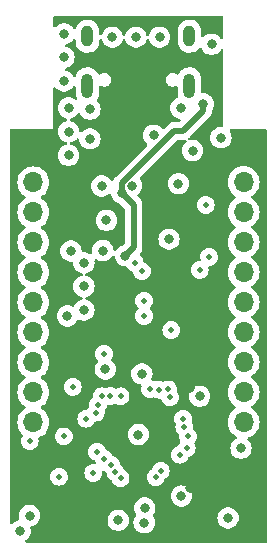
<source format=gbr>
%TF.GenerationSoftware,KiCad,Pcbnew,7.0.6*%
%TF.CreationDate,2023-07-23T20:03:58-07:00*%
%TF.ProjectId,iCEGenius,69434547-656e-4697-9573-2e6b69636164,rev?*%
%TF.SameCoordinates,Original*%
%TF.FileFunction,Copper,L4,Inr*%
%TF.FilePolarity,Positive*%
%FSLAX46Y46*%
G04 Gerber Fmt 4.6, Leading zero omitted, Abs format (unit mm)*
G04 Created by KiCad (PCBNEW 7.0.6) date 2023-07-23 20:03:58*
%MOMM*%
%LPD*%
G01*
G04 APERTURE LIST*
%TA.AperFunction,ComponentPad*%
%ADD10R,1.700000X1.700000*%
%TD*%
%TA.AperFunction,ComponentPad*%
%ADD11O,1.700000X1.700000*%
%TD*%
%TA.AperFunction,ComponentPad*%
%ADD12O,1.000000X2.100000*%
%TD*%
%TA.AperFunction,ComponentPad*%
%ADD13O,1.000000X1.800000*%
%TD*%
%TA.AperFunction,ViaPad*%
%ADD14C,0.800000*%
%TD*%
%TA.AperFunction,ViaPad*%
%ADD15C,0.500000*%
%TD*%
%TA.AperFunction,Conductor*%
%ADD16C,0.500000*%
%TD*%
G04 APERTURE END LIST*
D10*
%TO.N,+3V3*%
%TO.C,J3*%
X164915000Y-88530000D03*
D11*
%TO.N,IOL_2A*%
X164915000Y-91070000D03*
%TO.N,IOL_2B*%
X164915000Y-93610000D03*
%TO.N,IOT_52*%
X164915000Y-96150000D03*
%TO.N,IOT_53*%
X164915000Y-98690000D03*
%TO.N,IOT_50_GBIN1*%
X164915000Y-101230000D03*
%TO.N,IOL_4A*%
X164915000Y-103770000D03*
%TO.N,IOT_47*%
X164915000Y-106310000D03*
%TO.N,IOT_45*%
X164915000Y-108850000D03*
%TO.N,GND*%
X164915000Y-111390000D03*
%TD*%
D10*
%TO.N,+3V3*%
%TO.C,J2*%
X147115000Y-88550000D03*
D11*
%TO.N,IOL_4B_GBIN7*%
X147115000Y-91090000D03*
%TO.N,IOL_5B*%
X147115000Y-93630000D03*
%TO.N,IOL_5A_GBIN6*%
X147115000Y-96170000D03*
%TO.N,IOR_34*%
X147115000Y-98710000D03*
%TO.N,IOR_35_GBIN3*%
X147115000Y-101250000D03*
%TO.N,IOR_36_GBIN2*%
X147115000Y-103790000D03*
%TO.N,IOR_38*%
X147115000Y-106330000D03*
%TO.N,IOR_39*%
X147115000Y-108870000D03*
%TO.N,GND*%
X147115000Y-111410000D03*
%TD*%
D12*
%TO.N,unconnected-(J1-SHIELD-PadS1)*%
%TO.C,J1*%
X160330000Y-82900000D03*
D13*
X160330000Y-78720000D03*
D12*
X151690000Y-82900000D03*
D13*
X151690000Y-78720000D03*
%TD*%
D14*
%TO.N,+5V*%
X154600000Y-92000000D03*
X154900000Y-97300000D03*
X161520000Y-84455000D03*
%TO.N,GND*%
X163600000Y-119500000D03*
X151900000Y-84900000D03*
X151400000Y-97899999D03*
X151400000Y-99900000D03*
X156500000Y-119900000D03*
X164700000Y-113600000D03*
X153000000Y-96869500D03*
X155800000Y-78800000D03*
X159400000Y-91200000D03*
X152900000Y-91400000D03*
X157800001Y-78800000D03*
X150100000Y-88800000D03*
X158600000Y-95900000D03*
X150300000Y-96900000D03*
X153799999Y-78800000D03*
D15*
X161700000Y-93000000D03*
D14*
X151400000Y-101900001D03*
X153300000Y-94300000D03*
X161200000Y-109200000D03*
X156300000Y-107300000D03*
X153200000Y-106900000D03*
D15*
X149700000Y-112600000D03*
D14*
X156550000Y-118650000D03*
X149700000Y-80500000D03*
X150100000Y-84800000D03*
X150000000Y-102400000D03*
X151900000Y-87400000D03*
X149700000Y-78500000D03*
X160600000Y-88400000D03*
X155431635Y-91368365D03*
X146800000Y-119300000D03*
X162200000Y-79400000D03*
D15*
X152200000Y-115700000D03*
D14*
X154300000Y-119700000D03*
X149700000Y-82500000D03*
X159641121Y-117650468D03*
X150100000Y-86800000D03*
X146000000Y-120600000D03*
X156000000Y-112438990D03*
X163000000Y-87300000D03*
X157300000Y-87100000D03*
X159600000Y-84800000D03*
%TO.N,+3V3*%
X160400000Y-108500000D03*
X164700000Y-120100000D03*
X150000000Y-114700000D03*
X154700000Y-107200000D03*
X151500000Y-103700000D03*
X153000000Y-99300000D03*
X160400000Y-117000000D03*
X149700000Y-120900000D03*
X150200000Y-110600000D03*
X162800500Y-100700000D03*
D15*
%TO.N,SS*%
X152397937Y-110576525D03*
X156500000Y-101100000D03*
X155700000Y-97900000D03*
%TO.N,CRESET_B_CTL*%
X146800000Y-113000000D03*
X156300000Y-98600000D03*
%TO.N,IOL_4B_GBIN7*%
X158533627Y-108620571D03*
%TO.N,IOL_5A_GBIN6*%
X157003934Y-108596040D03*
%TO.N,IOT_50_GBIN1*%
X159500000Y-114149500D03*
%TO.N,MOSI*%
X152600000Y-109900000D03*
X153100000Y-105600000D03*
%TO.N,IOR_36_GBIN2*%
X153700000Y-115000000D03*
%TO.N,IOR_35_GBIN3*%
X153100000Y-114500000D03*
%TO.N,IOL_2A*%
X159800000Y-111100000D03*
%TO.N,IOL_2B*%
X159900000Y-111800000D03*
%TO.N,IOR_34*%
X152500000Y-113900000D03*
%TO.N,IOR_38*%
X154059891Y-115599818D03*
%TO.N,IOR_39*%
X154496826Y-116146070D03*
%TO.N,IOT_45*%
X157480298Y-116059602D03*
%TO.N,IOT_47*%
X157900000Y-115500000D03*
%TO.N,IOT_52*%
X160200000Y-112600000D03*
%TO.N,IOT_53*%
X160100000Y-113600000D03*
%TO.N,IOL_4A*%
X158700000Y-109300000D03*
%TO.N,IOL_5B*%
X157738543Y-108638543D03*
%TO.N,CRESET_B*%
X149300000Y-116000000D03*
X154500000Y-109200000D03*
%TO.N,SCK*%
X161200000Y-98500000D03*
X151600000Y-111100000D03*
X158800000Y-103600000D03*
%TO.N,MISO*%
X156500000Y-102400000D03*
X152900497Y-109200000D03*
X162000000Y-97400000D03*
%TO.N,Net-(D5-A)*%
X153638804Y-109160489D03*
X150450500Y-108400000D03*
%TD*%
D16*
%TO.N,+5V*%
X159800305Y-86725000D02*
X159049695Y-86725000D01*
X154900000Y-97300000D02*
X155600000Y-96600000D01*
X161520000Y-85005305D02*
X159800305Y-86725000D01*
X161520000Y-84455000D02*
X161520000Y-85005305D01*
X154600000Y-91174695D02*
X154600000Y-92000000D01*
X155600000Y-96600000D02*
X155600000Y-93000000D01*
X159049695Y-86725000D02*
X154600000Y-91174695D01*
X155600000Y-93000000D02*
X154600000Y-92000000D01*
%TD*%
%TA.AperFunction,Conductor*%
%TO.N,+3V3*%
G36*
X163142539Y-77020185D02*
G01*
X163188294Y-77072989D01*
X163199500Y-77124500D01*
X163199500Y-78867410D01*
X163179815Y-78934449D01*
X163127011Y-78980204D01*
X163057853Y-78990148D01*
X162994297Y-78961123D01*
X162968113Y-78929410D01*
X162956448Y-78909206D01*
X162932533Y-78867784D01*
X162805871Y-78727112D01*
X162805870Y-78727111D01*
X162652734Y-78615851D01*
X162652729Y-78615848D01*
X162479807Y-78538857D01*
X162479802Y-78538855D01*
X162334000Y-78507865D01*
X162294646Y-78499500D01*
X162105354Y-78499500D01*
X162072897Y-78506398D01*
X161920197Y-78538855D01*
X161920192Y-78538857D01*
X161747270Y-78615848D01*
X161747265Y-78615851D01*
X161594129Y-78727111D01*
X161594128Y-78727112D01*
X161546649Y-78779843D01*
X161487162Y-78816491D01*
X161417305Y-78815160D01*
X161359257Y-78776273D01*
X161331448Y-78712176D01*
X161330500Y-78696870D01*
X161330500Y-78269256D01*
X161315074Y-78117560D01*
X161254162Y-77923420D01*
X161254160Y-77923416D01*
X161254159Y-77923412D01*
X161155409Y-77745498D01*
X161155408Y-77745497D01*
X161155407Y-77745495D01*
X161022867Y-77591106D01*
X161022865Y-77591104D01*
X160861962Y-77466554D01*
X160861959Y-77466553D01*
X160861958Y-77466552D01*
X160679271Y-77376940D01*
X160482285Y-77325937D01*
X160482287Y-77325937D01*
X160346804Y-77319066D01*
X160279064Y-77315631D01*
X160279063Y-77315631D01*
X160279061Y-77315631D01*
X160077936Y-77346442D01*
X160077924Y-77346445D01*
X159887118Y-77417111D01*
X159887111Y-77417115D01*
X159714432Y-77524745D01*
X159714427Y-77524749D01*
X159566949Y-77664938D01*
X159566948Y-77664940D01*
X159450705Y-77831949D01*
X159370459Y-78018943D01*
X159329500Y-78218258D01*
X159329500Y-79170743D01*
X159344925Y-79322439D01*
X159405837Y-79516579D01*
X159405844Y-79516594D01*
X159504589Y-79694499D01*
X159504592Y-79694504D01*
X159637132Y-79848893D01*
X159637134Y-79848895D01*
X159798037Y-79973445D01*
X159798038Y-79973445D01*
X159798042Y-79973448D01*
X159980729Y-80063060D01*
X160177715Y-80114063D01*
X160380936Y-80124369D01*
X160582071Y-80093556D01*
X160772887Y-80022886D01*
X160945571Y-79915252D01*
X161093053Y-79775059D01*
X161142705Y-79703720D01*
X161197157Y-79659945D01*
X161266635Y-79652556D01*
X161329078Y-79683902D01*
X161362408Y-79736240D01*
X161372817Y-79768274D01*
X161372821Y-79768284D01*
X161467467Y-79932216D01*
X161499493Y-79967784D01*
X161594129Y-80072888D01*
X161747265Y-80184148D01*
X161747270Y-80184151D01*
X161920192Y-80261142D01*
X161920197Y-80261144D01*
X162105354Y-80300500D01*
X162105355Y-80300500D01*
X162294644Y-80300500D01*
X162294646Y-80300500D01*
X162479803Y-80261144D01*
X162652730Y-80184151D01*
X162805871Y-80072888D01*
X162932533Y-79932216D01*
X162968113Y-79870588D01*
X163018679Y-79822374D01*
X163087286Y-79809150D01*
X163152151Y-79835118D01*
X163192680Y-79892032D01*
X163199500Y-79932589D01*
X163199500Y-86275500D01*
X163179815Y-86342539D01*
X163127011Y-86388294D01*
X163075500Y-86399500D01*
X162905354Y-86399500D01*
X162872897Y-86406398D01*
X162720197Y-86438855D01*
X162720192Y-86438857D01*
X162547270Y-86515848D01*
X162547265Y-86515851D01*
X162394129Y-86627111D01*
X162267466Y-86767785D01*
X162172821Y-86931715D01*
X162172818Y-86931722D01*
X162118142Y-87099999D01*
X162114326Y-87111744D01*
X162094540Y-87300000D01*
X162114326Y-87488256D01*
X162114327Y-87488259D01*
X162172818Y-87668277D01*
X162172821Y-87668284D01*
X162267467Y-87832216D01*
X162363487Y-87938857D01*
X162394129Y-87972888D01*
X162547265Y-88084148D01*
X162547270Y-88084151D01*
X162720192Y-88161142D01*
X162720197Y-88161144D01*
X162905354Y-88200500D01*
X162905355Y-88200500D01*
X163094644Y-88200500D01*
X163094646Y-88200500D01*
X163279803Y-88161144D01*
X163452730Y-88084151D01*
X163605871Y-87972888D01*
X163732533Y-87832216D01*
X163827179Y-87668284D01*
X163885674Y-87488256D01*
X163905460Y-87300000D01*
X163885674Y-87111744D01*
X163827179Y-86931716D01*
X163743339Y-86786500D01*
X163726866Y-86718599D01*
X163749719Y-86652573D01*
X163804640Y-86609382D01*
X163850726Y-86600500D01*
X166775500Y-86600500D01*
X166842539Y-86620185D01*
X166888294Y-86672989D01*
X166899500Y-86724500D01*
X166899500Y-121475500D01*
X166879815Y-121542539D01*
X166827011Y-121588294D01*
X166775500Y-121599500D01*
X146537961Y-121599500D01*
X146470922Y-121579815D01*
X146425167Y-121527011D01*
X146415223Y-121457853D01*
X146444248Y-121394297D01*
X146465076Y-121375182D01*
X146541306Y-121319796D01*
X146605871Y-121272888D01*
X146732533Y-121132216D01*
X146827179Y-120968284D01*
X146885674Y-120788256D01*
X146905460Y-120600000D01*
X146885674Y-120411744D01*
X146864605Y-120346903D01*
X146862611Y-120277065D01*
X146898691Y-120217232D01*
X146956750Y-120187299D01*
X147079803Y-120161144D01*
X147079807Y-120161142D01*
X147079808Y-120161142D01*
X147138058Y-120135206D01*
X147252730Y-120084151D01*
X147405871Y-119972888D01*
X147532533Y-119832216D01*
X147608868Y-119700000D01*
X153394540Y-119700000D01*
X153414326Y-119888256D01*
X153414327Y-119888259D01*
X153472818Y-120068277D01*
X153472821Y-120068284D01*
X153567467Y-120232216D01*
X153614227Y-120284148D01*
X153694129Y-120372888D01*
X153847265Y-120484148D01*
X153847270Y-120484151D01*
X154020192Y-120561142D01*
X154020197Y-120561144D01*
X154205354Y-120600500D01*
X154205355Y-120600500D01*
X154394644Y-120600500D01*
X154394646Y-120600500D01*
X154579803Y-120561144D01*
X154752730Y-120484151D01*
X154905871Y-120372888D01*
X155032533Y-120232216D01*
X155127179Y-120068284D01*
X155181858Y-119900000D01*
X155594540Y-119900000D01*
X155614326Y-120088256D01*
X155614327Y-120088259D01*
X155672818Y-120268277D01*
X155672821Y-120268284D01*
X155767467Y-120432216D01*
X155814227Y-120484148D01*
X155894129Y-120572888D01*
X156047265Y-120684148D01*
X156047270Y-120684151D01*
X156220192Y-120761142D01*
X156220197Y-120761144D01*
X156405354Y-120800500D01*
X156405355Y-120800500D01*
X156594644Y-120800500D01*
X156594646Y-120800500D01*
X156779803Y-120761144D01*
X156952730Y-120684151D01*
X157105871Y-120572888D01*
X157232533Y-120432216D01*
X157327179Y-120268284D01*
X157385674Y-120088256D01*
X157405460Y-119900000D01*
X157385674Y-119711744D01*
X157327179Y-119531716D01*
X157308868Y-119500000D01*
X162694540Y-119500000D01*
X162714326Y-119688256D01*
X162714327Y-119688259D01*
X162772818Y-119868277D01*
X162772821Y-119868284D01*
X162867467Y-120032216D01*
X162983553Y-120161142D01*
X162994129Y-120172888D01*
X163147265Y-120284148D01*
X163147270Y-120284151D01*
X163320192Y-120361142D01*
X163320197Y-120361144D01*
X163505354Y-120400500D01*
X163505355Y-120400500D01*
X163694644Y-120400500D01*
X163694646Y-120400500D01*
X163879803Y-120361144D01*
X164052730Y-120284151D01*
X164205871Y-120172888D01*
X164332533Y-120032216D01*
X164427179Y-119868284D01*
X164485674Y-119688256D01*
X164505460Y-119500000D01*
X164485674Y-119311744D01*
X164427179Y-119131716D01*
X164332533Y-118967784D01*
X164205871Y-118827112D01*
X164205870Y-118827111D01*
X164052734Y-118715851D01*
X164052729Y-118715848D01*
X163879807Y-118638857D01*
X163879802Y-118638855D01*
X163734001Y-118607865D01*
X163694646Y-118599500D01*
X163505354Y-118599500D01*
X163472897Y-118606398D01*
X163320197Y-118638855D01*
X163320192Y-118638857D01*
X163147270Y-118715848D01*
X163147265Y-118715851D01*
X162994129Y-118827111D01*
X162867466Y-118967785D01*
X162772821Y-119131715D01*
X162772818Y-119131722D01*
X162718573Y-119298672D01*
X162714326Y-119311744D01*
X162694540Y-119500000D01*
X157308868Y-119500000D01*
X157232533Y-119367784D01*
X157232532Y-119367783D01*
X157231833Y-119366572D01*
X157215360Y-119298672D01*
X157238213Y-119232645D01*
X157247064Y-119221607D01*
X157282533Y-119182216D01*
X157377179Y-119018284D01*
X157435674Y-118838256D01*
X157455460Y-118650000D01*
X157435674Y-118461744D01*
X157377179Y-118281716D01*
X157282533Y-118117784D01*
X157155871Y-117977112D01*
X157155870Y-117977111D01*
X157002734Y-117865851D01*
X157002729Y-117865848D01*
X156829807Y-117788857D01*
X156829802Y-117788855D01*
X156684000Y-117757865D01*
X156644646Y-117749500D01*
X156455354Y-117749500D01*
X156422897Y-117756398D01*
X156270197Y-117788855D01*
X156270192Y-117788857D01*
X156097270Y-117865848D01*
X156097265Y-117865851D01*
X155944129Y-117977111D01*
X155817466Y-118117785D01*
X155722821Y-118281715D01*
X155722818Y-118281722D01*
X155671762Y-118438857D01*
X155664326Y-118461744D01*
X155644540Y-118650000D01*
X155664326Y-118838256D01*
X155664327Y-118838259D01*
X155722818Y-119018277D01*
X155722823Y-119018289D01*
X155818165Y-119183427D01*
X155834638Y-119251327D01*
X155811785Y-119317354D01*
X155802929Y-119328397D01*
X155767470Y-119367778D01*
X155767465Y-119367785D01*
X155672821Y-119531715D01*
X155672818Y-119531722D01*
X155618304Y-119699500D01*
X155614326Y-119711744D01*
X155594540Y-119900000D01*
X155181858Y-119900000D01*
X155185674Y-119888256D01*
X155205460Y-119700000D01*
X155185674Y-119511744D01*
X155127179Y-119331716D01*
X155032533Y-119167784D01*
X154905871Y-119027112D01*
X154905870Y-119027111D01*
X154752734Y-118915851D01*
X154752729Y-118915848D01*
X154579807Y-118838857D01*
X154579802Y-118838855D01*
X154434001Y-118807865D01*
X154394646Y-118799500D01*
X154205354Y-118799500D01*
X154172897Y-118806398D01*
X154020197Y-118838855D01*
X154020192Y-118838857D01*
X153847270Y-118915848D01*
X153847265Y-118915851D01*
X153694129Y-119027111D01*
X153567466Y-119167785D01*
X153472821Y-119331715D01*
X153472818Y-119331722D01*
X153418142Y-119500000D01*
X153414326Y-119511744D01*
X153394540Y-119700000D01*
X147608868Y-119700000D01*
X147627179Y-119668284D01*
X147685674Y-119488256D01*
X147705460Y-119300000D01*
X147685674Y-119111744D01*
X147627179Y-118931716D01*
X147532533Y-118767784D01*
X147405871Y-118627112D01*
X147405870Y-118627111D01*
X147252734Y-118515851D01*
X147252729Y-118515848D01*
X147079807Y-118438857D01*
X147079802Y-118438855D01*
X146934001Y-118407865D01*
X146894646Y-118399500D01*
X146705354Y-118399500D01*
X146672897Y-118406398D01*
X146520197Y-118438855D01*
X146520192Y-118438857D01*
X146347270Y-118515848D01*
X146347265Y-118515851D01*
X146194129Y-118627111D01*
X146067466Y-118767785D01*
X145972821Y-118931715D01*
X145972818Y-118931722D01*
X145914327Y-119111740D01*
X145914326Y-119111744D01*
X145906792Y-119183427D01*
X145894680Y-119298672D01*
X145894540Y-119300000D01*
X145914326Y-119488256D01*
X145914327Y-119488259D01*
X145935393Y-119553094D01*
X145937388Y-119622935D01*
X145901308Y-119682768D01*
X145843243Y-119712702D01*
X145720197Y-119738855D01*
X145720192Y-119738857D01*
X145547270Y-119815848D01*
X145547265Y-119815851D01*
X145394129Y-119927111D01*
X145394128Y-119927112D01*
X145316649Y-120013161D01*
X145257163Y-120049809D01*
X145187306Y-120048478D01*
X145129258Y-120009591D01*
X145101448Y-119945494D01*
X145100500Y-119930188D01*
X145100500Y-117650468D01*
X158735661Y-117650468D01*
X158755447Y-117838724D01*
X158755448Y-117838727D01*
X158813939Y-118018745D01*
X158813942Y-118018752D01*
X158908588Y-118182684D01*
X159035250Y-118323356D01*
X159188386Y-118434616D01*
X159188391Y-118434619D01*
X159361313Y-118511610D01*
X159361318Y-118511612D01*
X159546475Y-118550968D01*
X159546476Y-118550968D01*
X159735765Y-118550968D01*
X159735767Y-118550968D01*
X159920924Y-118511612D01*
X160093851Y-118434619D01*
X160246992Y-118323356D01*
X160373654Y-118182684D01*
X160468300Y-118018752D01*
X160526795Y-117838724D01*
X160546581Y-117650468D01*
X160526795Y-117462212D01*
X160468300Y-117282184D01*
X160373654Y-117118252D01*
X160246992Y-116977580D01*
X160246991Y-116977579D01*
X160093855Y-116866319D01*
X160093850Y-116866316D01*
X159920928Y-116789325D01*
X159920923Y-116789323D01*
X159760612Y-116755249D01*
X159735767Y-116749968D01*
X159546475Y-116749968D01*
X159521630Y-116755249D01*
X159361318Y-116789323D01*
X159361313Y-116789325D01*
X159188391Y-116866316D01*
X159188386Y-116866319D01*
X159035250Y-116977579D01*
X158908587Y-117118253D01*
X158813942Y-117282183D01*
X158813939Y-117282190D01*
X158755448Y-117462208D01*
X158755447Y-117462212D01*
X158735661Y-117650468D01*
X145100500Y-117650468D01*
X145100500Y-116000002D01*
X148544751Y-116000002D01*
X148563685Y-116168056D01*
X148619545Y-116327694D01*
X148619547Y-116327697D01*
X148709518Y-116470884D01*
X148709523Y-116470890D01*
X148829109Y-116590476D01*
X148829115Y-116590481D01*
X148972302Y-116680452D01*
X148972305Y-116680454D01*
X148972309Y-116680455D01*
X148972310Y-116680456D01*
X149044913Y-116705860D01*
X149131943Y-116736314D01*
X149299997Y-116755249D01*
X149300000Y-116755249D01*
X149300003Y-116755249D01*
X149468056Y-116736314D01*
X149468059Y-116736313D01*
X149627690Y-116680456D01*
X149627692Y-116680454D01*
X149627694Y-116680454D01*
X149627697Y-116680452D01*
X149770884Y-116590481D01*
X149770885Y-116590480D01*
X149770890Y-116590477D01*
X149890477Y-116470890D01*
X149912203Y-116436314D01*
X149980452Y-116327697D01*
X149980454Y-116327694D01*
X149980454Y-116327692D01*
X149980456Y-116327690D01*
X150036313Y-116168059D01*
X150036313Y-116168058D01*
X150036314Y-116168056D01*
X150055249Y-116000002D01*
X150055249Y-115999997D01*
X150036314Y-115831943D01*
X150005860Y-115744913D01*
X149990146Y-115700002D01*
X151444751Y-115700002D01*
X151463685Y-115868056D01*
X151519545Y-116027694D01*
X151519547Y-116027697D01*
X151609518Y-116170884D01*
X151609523Y-116170890D01*
X151729109Y-116290476D01*
X151729115Y-116290481D01*
X151872302Y-116380452D01*
X151872305Y-116380454D01*
X151872309Y-116380455D01*
X151872310Y-116380456D01*
X151944913Y-116405860D01*
X152031943Y-116436314D01*
X152199997Y-116455249D01*
X152200000Y-116455249D01*
X152200003Y-116455249D01*
X152368056Y-116436314D01*
X152368059Y-116436313D01*
X152527690Y-116380456D01*
X152527692Y-116380454D01*
X152527694Y-116380454D01*
X152527697Y-116380452D01*
X152670884Y-116290481D01*
X152670885Y-116290480D01*
X152670890Y-116290477D01*
X152790477Y-116170890D01*
X152790481Y-116170884D01*
X152880452Y-116027697D01*
X152880454Y-116027694D01*
X152880454Y-116027692D01*
X152880456Y-116027690D01*
X152936313Y-115868059D01*
X152936313Y-115868058D01*
X152936314Y-115868056D01*
X152955249Y-115700002D01*
X152955249Y-115699997D01*
X152946244Y-115620077D01*
X152958298Y-115551255D01*
X153005647Y-115499875D01*
X153073258Y-115482251D01*
X153139663Y-115503977D01*
X153157145Y-115518512D01*
X153229110Y-115590477D01*
X153258701Y-115609070D01*
X153304992Y-115661405D01*
X153315949Y-115700179D01*
X153323576Y-115767871D01*
X153379435Y-115927510D01*
X153379438Y-115927515D01*
X153469409Y-116070702D01*
X153469414Y-116070708D01*
X153589001Y-116190295D01*
X153716570Y-116270452D01*
X153762859Y-116322785D01*
X153767638Y-116334490D01*
X153816370Y-116473761D01*
X153816373Y-116473767D01*
X153906344Y-116616954D01*
X153906349Y-116616960D01*
X154025935Y-116736546D01*
X154025941Y-116736551D01*
X154169128Y-116826522D01*
X154169131Y-116826524D01*
X154169135Y-116826525D01*
X154169136Y-116826526D01*
X154241739Y-116851930D01*
X154328769Y-116882384D01*
X154496823Y-116901319D01*
X154496826Y-116901319D01*
X154496829Y-116901319D01*
X154664882Y-116882384D01*
X154664885Y-116882383D01*
X154824516Y-116826526D01*
X154824518Y-116826524D01*
X154824520Y-116826524D01*
X154824523Y-116826522D01*
X154967710Y-116736551D01*
X154967711Y-116736550D01*
X154967716Y-116736547D01*
X155087303Y-116616960D01*
X155103941Y-116590481D01*
X155177278Y-116473767D01*
X155177280Y-116473764D01*
X155177281Y-116473761D01*
X155177282Y-116473760D01*
X155233139Y-116314129D01*
X155233139Y-116314128D01*
X155233140Y-116314126D01*
X155252075Y-116146072D01*
X155252075Y-116146067D01*
X155242333Y-116059604D01*
X156725049Y-116059604D01*
X156743983Y-116227658D01*
X156799843Y-116387296D01*
X156799845Y-116387299D01*
X156889816Y-116530486D01*
X156889821Y-116530492D01*
X157009407Y-116650078D01*
X157009413Y-116650083D01*
X157152600Y-116740054D01*
X157152603Y-116740056D01*
X157152607Y-116740057D01*
X157152608Y-116740058D01*
X157196022Y-116755249D01*
X157312241Y-116795916D01*
X157480295Y-116814851D01*
X157480298Y-116814851D01*
X157480301Y-116814851D01*
X157648354Y-116795916D01*
X157667196Y-116789323D01*
X157807988Y-116740058D01*
X157807990Y-116740056D01*
X157807992Y-116740056D01*
X157807995Y-116740054D01*
X157951182Y-116650083D01*
X157951183Y-116650082D01*
X157951188Y-116650079D01*
X158070775Y-116530492D01*
X158106422Y-116473761D01*
X158160750Y-116387299D01*
X158160753Y-116387293D01*
X158160754Y-116387292D01*
X158216611Y-116227661D01*
X158216611Y-116227660D01*
X158218911Y-116221088D01*
X158220922Y-116221791D01*
X158250000Y-116169788D01*
X158270817Y-116153356D01*
X158370890Y-116090477D01*
X158490477Y-115970890D01*
X158490481Y-115970884D01*
X158580452Y-115827697D01*
X158580454Y-115827694D01*
X158580454Y-115827692D01*
X158580456Y-115827690D01*
X158636313Y-115668059D01*
X158636313Y-115668058D01*
X158636314Y-115668056D01*
X158655249Y-115500002D01*
X158655249Y-115499997D01*
X158636314Y-115331943D01*
X158580454Y-115172305D01*
X158580452Y-115172302D01*
X158490481Y-115029115D01*
X158490476Y-115029109D01*
X158370890Y-114909523D01*
X158370884Y-114909518D01*
X158227697Y-114819547D01*
X158227694Y-114819545D01*
X158068056Y-114763685D01*
X157900003Y-114744751D01*
X157899997Y-114744751D01*
X157731943Y-114763685D01*
X157572305Y-114819545D01*
X157572302Y-114819547D01*
X157429115Y-114909518D01*
X157429109Y-114909523D01*
X157309523Y-115029109D01*
X157309518Y-115029115D01*
X157219547Y-115172302D01*
X157219544Y-115172307D01*
X157194865Y-115242838D01*
X157163687Y-115331941D01*
X157163686Y-115331943D01*
X157161388Y-115338513D01*
X157159381Y-115337811D01*
X157130275Y-115389835D01*
X157109474Y-115406249D01*
X157009407Y-115469125D01*
X156889821Y-115588711D01*
X156889816Y-115588717D01*
X156799845Y-115731904D01*
X156799843Y-115731907D01*
X156743983Y-115891545D01*
X156725049Y-116059599D01*
X156725049Y-116059604D01*
X155242333Y-116059604D01*
X155233140Y-115978013D01*
X155180541Y-115827694D01*
X155177282Y-115818380D01*
X155177281Y-115818379D01*
X155177280Y-115818375D01*
X155177278Y-115818372D01*
X155087307Y-115675185D01*
X155087302Y-115675179D01*
X154967714Y-115555591D01*
X154840147Y-115475435D01*
X154793857Y-115423101D01*
X154789083Y-115411408D01*
X154740347Y-115272128D01*
X154740346Y-115272125D01*
X154740343Y-115272120D01*
X154650372Y-115128933D01*
X154650367Y-115128927D01*
X154530782Y-115009342D01*
X154530781Y-115009341D01*
X154501186Y-114990745D01*
X154454896Y-114938409D01*
X154443940Y-114899634D01*
X154436314Y-114831943D01*
X154380455Y-114672308D01*
X154380452Y-114672302D01*
X154290481Y-114529115D01*
X154290476Y-114529109D01*
X154170890Y-114409523D01*
X154170884Y-114409518D01*
X154027697Y-114319547D01*
X154027692Y-114319544D01*
X153915979Y-114280455D01*
X153868059Y-114263687D01*
X153868056Y-114263686D01*
X153861487Y-114261388D01*
X153862503Y-114258484D01*
X153813405Y-114230996D01*
X153784966Y-114185200D01*
X153780456Y-114172310D01*
X153780454Y-114172307D01*
X153780454Y-114172306D01*
X153780452Y-114172302D01*
X153766126Y-114149502D01*
X158744751Y-114149502D01*
X158763685Y-114317556D01*
X158819545Y-114477194D01*
X158819547Y-114477197D01*
X158909518Y-114620384D01*
X158909523Y-114620390D01*
X159029109Y-114739976D01*
X159029115Y-114739981D01*
X159172302Y-114829952D01*
X159172305Y-114829954D01*
X159172309Y-114829955D01*
X159172310Y-114829956D01*
X159177983Y-114831941D01*
X159331943Y-114885814D01*
X159499997Y-114904749D01*
X159500000Y-114904749D01*
X159500003Y-114904749D01*
X159668056Y-114885814D01*
X159668059Y-114885813D01*
X159827690Y-114829956D01*
X159827692Y-114829954D01*
X159827694Y-114829954D01*
X159827697Y-114829952D01*
X159970884Y-114739981D01*
X159970885Y-114739980D01*
X159970890Y-114739977D01*
X160090477Y-114620390D01*
X160090481Y-114620384D01*
X160180452Y-114477197D01*
X160180456Y-114477189D01*
X160186071Y-114461144D01*
X160204682Y-114407953D01*
X160245403Y-114351177D01*
X160280768Y-114331865D01*
X160427690Y-114280456D01*
X160427693Y-114280453D01*
X160427697Y-114280452D01*
X160570884Y-114190481D01*
X160570885Y-114190480D01*
X160570890Y-114190477D01*
X160690477Y-114070890D01*
X160716726Y-114029115D01*
X160780452Y-113927697D01*
X160780454Y-113927694D01*
X160780454Y-113927692D01*
X160780456Y-113927690D01*
X160836313Y-113768059D01*
X160836313Y-113768058D01*
X160836314Y-113768056D01*
X160855249Y-113600002D01*
X160855249Y-113599997D01*
X160836314Y-113431943D01*
X160803963Y-113339490D01*
X160780456Y-113272310D01*
X160759210Y-113238497D01*
X160740210Y-113171261D01*
X160760578Y-113104425D01*
X160776521Y-113084845D01*
X160790477Y-113070890D01*
X160880456Y-112927690D01*
X160936313Y-112768059D01*
X160936313Y-112768058D01*
X160936314Y-112768056D01*
X160955249Y-112600002D01*
X160955249Y-112599997D01*
X160936314Y-112431943D01*
X160880454Y-112272305D01*
X160880452Y-112272302D01*
X160790481Y-112129115D01*
X160790476Y-112129109D01*
X160677841Y-112016474D01*
X160644356Y-111955151D01*
X160642302Y-111914909D01*
X160655249Y-111800002D01*
X160655249Y-111799997D01*
X160636314Y-111631943D01*
X160588504Y-111495310D01*
X160580456Y-111472310D01*
X160580454Y-111472307D01*
X160580454Y-111472306D01*
X160537967Y-111404689D01*
X160533816Y-111390000D01*
X163559341Y-111390000D01*
X163579936Y-111625403D01*
X163579938Y-111625413D01*
X163641094Y-111853655D01*
X163641096Y-111853659D01*
X163641097Y-111853663D01*
X163694441Y-111968059D01*
X163740965Y-112067830D01*
X163740967Y-112067834D01*
X163783877Y-112129115D01*
X163876505Y-112261401D01*
X164043599Y-112428495D01*
X164237170Y-112564035D01*
X164271758Y-112580163D01*
X164324194Y-112626333D01*
X164343347Y-112693527D01*
X164323132Y-112760408D01*
X164269967Y-112805743D01*
X164269789Y-112805822D01*
X164247272Y-112815847D01*
X164247265Y-112815851D01*
X164094129Y-112927111D01*
X163967466Y-113067785D01*
X163872821Y-113231715D01*
X163872818Y-113231722D01*
X163837134Y-113341548D01*
X163814326Y-113411744D01*
X163794540Y-113600000D01*
X163814326Y-113788256D01*
X163814327Y-113788259D01*
X163872818Y-113968277D01*
X163872821Y-113968284D01*
X163967467Y-114132216D01*
X164053436Y-114227694D01*
X164094129Y-114272888D01*
X164247265Y-114384148D01*
X164247270Y-114384151D01*
X164420192Y-114461142D01*
X164420197Y-114461144D01*
X164605354Y-114500500D01*
X164605355Y-114500500D01*
X164794644Y-114500500D01*
X164794646Y-114500500D01*
X164979803Y-114461144D01*
X165152730Y-114384151D01*
X165305871Y-114272888D01*
X165432533Y-114132216D01*
X165527179Y-113968284D01*
X165585674Y-113788256D01*
X165605460Y-113600000D01*
X165585674Y-113411744D01*
X165527179Y-113231716D01*
X165432533Y-113067784D01*
X165305871Y-112927112D01*
X165271138Y-112901877D01*
X165228472Y-112846547D01*
X165222493Y-112776934D01*
X165255098Y-112715139D01*
X165311930Y-112681784D01*
X165347482Y-112672257D01*
X165378663Y-112663903D01*
X165592830Y-112564035D01*
X165786401Y-112428495D01*
X165953495Y-112261401D01*
X166089035Y-112067830D01*
X166188903Y-111853663D01*
X166250063Y-111625408D01*
X166270659Y-111390000D01*
X166250063Y-111154592D01*
X166188903Y-110926337D01*
X166089035Y-110712171D01*
X166030876Y-110629110D01*
X165953494Y-110518597D01*
X165786402Y-110351506D01*
X165786396Y-110351501D01*
X165600842Y-110221575D01*
X165557217Y-110166998D01*
X165550023Y-110097500D01*
X165581546Y-110035145D01*
X165600842Y-110018425D01*
X165718108Y-109936314D01*
X165786401Y-109888495D01*
X165953495Y-109721401D01*
X166089035Y-109527830D01*
X166188903Y-109313663D01*
X166250063Y-109085408D01*
X166270659Y-108850000D01*
X166250063Y-108614592D01*
X166193968Y-108405240D01*
X166188905Y-108386344D01*
X166188904Y-108386343D01*
X166188903Y-108386337D01*
X166089035Y-108172171D01*
X166081313Y-108161142D01*
X165953494Y-107978597D01*
X165786402Y-107811506D01*
X165786396Y-107811501D01*
X165600842Y-107681575D01*
X165557217Y-107626998D01*
X165550023Y-107557500D01*
X165581546Y-107495145D01*
X165600842Y-107478425D01*
X165666838Y-107432214D01*
X165786401Y-107348495D01*
X165953495Y-107181401D01*
X166089035Y-106987830D01*
X166188903Y-106773663D01*
X166250063Y-106545408D01*
X166270659Y-106310000D01*
X166250063Y-106074592D01*
X166188903Y-105846337D01*
X166089035Y-105632171D01*
X166066511Y-105600002D01*
X165953494Y-105438597D01*
X165786402Y-105271506D01*
X165786396Y-105271501D01*
X165600842Y-105141575D01*
X165557217Y-105086998D01*
X165550023Y-105017500D01*
X165581546Y-104955145D01*
X165600842Y-104938425D01*
X165627807Y-104919544D01*
X165786401Y-104808495D01*
X165953495Y-104641401D01*
X166089035Y-104447830D01*
X166188903Y-104233663D01*
X166250063Y-104005408D01*
X166270659Y-103770000D01*
X166250063Y-103534592D01*
X166188903Y-103306337D01*
X166089035Y-103092171D01*
X166080833Y-103080456D01*
X165953494Y-102898597D01*
X165786402Y-102731506D01*
X165786396Y-102731501D01*
X165600842Y-102601575D01*
X165557217Y-102546998D01*
X165550023Y-102477500D01*
X165581546Y-102415145D01*
X165600842Y-102398425D01*
X165623026Y-102382891D01*
X165786401Y-102268495D01*
X165953495Y-102101401D01*
X166089035Y-101907830D01*
X166188903Y-101693663D01*
X166250063Y-101465408D01*
X166270659Y-101230000D01*
X166250063Y-100994592D01*
X166192218Y-100778709D01*
X166188905Y-100766344D01*
X166188904Y-100766343D01*
X166188903Y-100766337D01*
X166089035Y-100552171D01*
X166059170Y-100509518D01*
X165953494Y-100358597D01*
X165786402Y-100191506D01*
X165786396Y-100191501D01*
X165600842Y-100061575D01*
X165557217Y-100006998D01*
X165550023Y-99937500D01*
X165581546Y-99875145D01*
X165600842Y-99858425D01*
X165623026Y-99842891D01*
X165786401Y-99728495D01*
X165953495Y-99561401D01*
X166089035Y-99367830D01*
X166188903Y-99153663D01*
X166188905Y-99153651D01*
X166188908Y-99153647D01*
X166230368Y-98998911D01*
X166250063Y-98925408D01*
X166270659Y-98690000D01*
X166250063Y-98454592D01*
X166188903Y-98226337D01*
X166089035Y-98012171D01*
X166087178Y-98009518D01*
X165953494Y-97818597D01*
X165786402Y-97651506D01*
X165786396Y-97651501D01*
X165600842Y-97521575D01*
X165557217Y-97466998D01*
X165550023Y-97397500D01*
X165581546Y-97335145D01*
X165600842Y-97318425D01*
X165623026Y-97302891D01*
X165786401Y-97188495D01*
X165953495Y-97021401D01*
X166089035Y-96827830D01*
X166188903Y-96613663D01*
X166250063Y-96385408D01*
X166270659Y-96150000D01*
X166250063Y-95914592D01*
X166188903Y-95686337D01*
X166089035Y-95472171D01*
X166015944Y-95367785D01*
X165953494Y-95278597D01*
X165786402Y-95111506D01*
X165786396Y-95111501D01*
X165600842Y-94981575D01*
X165557217Y-94926998D01*
X165550023Y-94857500D01*
X165581546Y-94795145D01*
X165600842Y-94778425D01*
X165623026Y-94762891D01*
X165786401Y-94648495D01*
X165953495Y-94481401D01*
X166089035Y-94287830D01*
X166188903Y-94073663D01*
X166250063Y-93845408D01*
X166270659Y-93610000D01*
X166250063Y-93374592D01*
X166188903Y-93146337D01*
X166089035Y-92932171D01*
X166083121Y-92923724D01*
X165953494Y-92738597D01*
X165786402Y-92571506D01*
X165786396Y-92571501D01*
X165600842Y-92441575D01*
X165557217Y-92386998D01*
X165550023Y-92317500D01*
X165581546Y-92255145D01*
X165600842Y-92238425D01*
X165672489Y-92188257D01*
X165786401Y-92108495D01*
X165953495Y-91941401D01*
X166089035Y-91747830D01*
X166188903Y-91533663D01*
X166250063Y-91305408D01*
X166270659Y-91070000D01*
X166250063Y-90834592D01*
X166194261Y-90626335D01*
X166188905Y-90606344D01*
X166188904Y-90606343D01*
X166188903Y-90606337D01*
X166089035Y-90392171D01*
X166051705Y-90338857D01*
X165953494Y-90198597D01*
X165786402Y-90031506D01*
X165786395Y-90031501D01*
X165592834Y-89895967D01*
X165592830Y-89895965D01*
X165592828Y-89895964D01*
X165378663Y-89796097D01*
X165378659Y-89796096D01*
X165378655Y-89796094D01*
X165150413Y-89734938D01*
X165150403Y-89734936D01*
X164915001Y-89714341D01*
X164914999Y-89714341D01*
X164679596Y-89734936D01*
X164679586Y-89734938D01*
X164451344Y-89796094D01*
X164451335Y-89796098D01*
X164237171Y-89895964D01*
X164237169Y-89895965D01*
X164043597Y-90031505D01*
X163876505Y-90198597D01*
X163740965Y-90392169D01*
X163740964Y-90392171D01*
X163641098Y-90606335D01*
X163641094Y-90606344D01*
X163579938Y-90834586D01*
X163579936Y-90834596D01*
X163559341Y-91069999D01*
X163559341Y-91070000D01*
X163579936Y-91305403D01*
X163579938Y-91305413D01*
X163641094Y-91533655D01*
X163641096Y-91533659D01*
X163641097Y-91533663D01*
X163666556Y-91588259D01*
X163740965Y-91747830D01*
X163740967Y-91747834D01*
X163876501Y-91941395D01*
X163876506Y-91941402D01*
X164043597Y-92108493D01*
X164043603Y-92108498D01*
X164229158Y-92238425D01*
X164272783Y-92293002D01*
X164279977Y-92362500D01*
X164248454Y-92424855D01*
X164229158Y-92441575D01*
X164043597Y-92571505D01*
X163876505Y-92738597D01*
X163740965Y-92932169D01*
X163740964Y-92932171D01*
X163641098Y-93146335D01*
X163641094Y-93146344D01*
X163579938Y-93374586D01*
X163579936Y-93374596D01*
X163559341Y-93609999D01*
X163559341Y-93610000D01*
X163579936Y-93845403D01*
X163579938Y-93845413D01*
X163641094Y-94073655D01*
X163641096Y-94073659D01*
X163641097Y-94073663D01*
X163650424Y-94093664D01*
X163740965Y-94287830D01*
X163740967Y-94287834D01*
X163876501Y-94481395D01*
X163876506Y-94481402D01*
X164043597Y-94648493D01*
X164043603Y-94648498D01*
X164229158Y-94778425D01*
X164272783Y-94833002D01*
X164279977Y-94902500D01*
X164248454Y-94964855D01*
X164229158Y-94981575D01*
X164043597Y-95111505D01*
X163876505Y-95278597D01*
X163740965Y-95472169D01*
X163740964Y-95472171D01*
X163641098Y-95686335D01*
X163641094Y-95686344D01*
X163579938Y-95914586D01*
X163579936Y-95914596D01*
X163559341Y-96149999D01*
X163559341Y-96150000D01*
X163579936Y-96385403D01*
X163579938Y-96385413D01*
X163641094Y-96613655D01*
X163641096Y-96613659D01*
X163641097Y-96613663D01*
X163722310Y-96787825D01*
X163740965Y-96827830D01*
X163740967Y-96827834D01*
X163876501Y-97021395D01*
X163876506Y-97021402D01*
X164043597Y-97188493D01*
X164043603Y-97188498D01*
X164229158Y-97318425D01*
X164272783Y-97373002D01*
X164279977Y-97442500D01*
X164248454Y-97504855D01*
X164229158Y-97521575D01*
X164043597Y-97651505D01*
X163876505Y-97818597D01*
X163740965Y-98012169D01*
X163740964Y-98012171D01*
X163641098Y-98226335D01*
X163641094Y-98226344D01*
X163579938Y-98454586D01*
X163579936Y-98454596D01*
X163559341Y-98689999D01*
X163559341Y-98690000D01*
X163579936Y-98925403D01*
X163579938Y-98925413D01*
X163641092Y-99153647D01*
X163641094Y-99153655D01*
X163641097Y-99153663D01*
X163700220Y-99280452D01*
X163740965Y-99367830D01*
X163740967Y-99367834D01*
X163876501Y-99561395D01*
X163876506Y-99561402D01*
X164043597Y-99728493D01*
X164043603Y-99728498D01*
X164229158Y-99858425D01*
X164272783Y-99913002D01*
X164279977Y-99982500D01*
X164248454Y-100044855D01*
X164229158Y-100061575D01*
X164043597Y-100191505D01*
X163876505Y-100358597D01*
X163740965Y-100552169D01*
X163740964Y-100552171D01*
X163679421Y-100684151D01*
X163643520Y-100761142D01*
X163641098Y-100766335D01*
X163641094Y-100766344D01*
X163579938Y-100994586D01*
X163579936Y-100994596D01*
X163559341Y-101229999D01*
X163559341Y-101230000D01*
X163579936Y-101465403D01*
X163579938Y-101465413D01*
X163641094Y-101693655D01*
X163641096Y-101693659D01*
X163641097Y-101693663D01*
X163695124Y-101809523D01*
X163740965Y-101907830D01*
X163740967Y-101907834D01*
X163827710Y-102031715D01*
X163867301Y-102088257D01*
X163876501Y-102101395D01*
X163876506Y-102101402D01*
X164043597Y-102268493D01*
X164043603Y-102268498D01*
X164229158Y-102398425D01*
X164272783Y-102453002D01*
X164279977Y-102522500D01*
X164248454Y-102584855D01*
X164229158Y-102601575D01*
X164043597Y-102731505D01*
X163876505Y-102898597D01*
X163740965Y-103092169D01*
X163740964Y-103092171D01*
X163641098Y-103306335D01*
X163641094Y-103306344D01*
X163579938Y-103534586D01*
X163579936Y-103534596D01*
X163559341Y-103769999D01*
X163559341Y-103770000D01*
X163579936Y-104005403D01*
X163579938Y-104005413D01*
X163641094Y-104233655D01*
X163641096Y-104233659D01*
X163641097Y-104233663D01*
X163662916Y-104280454D01*
X163740965Y-104447830D01*
X163740967Y-104447834D01*
X163876501Y-104641395D01*
X163876506Y-104641402D01*
X164043597Y-104808493D01*
X164043603Y-104808498D01*
X164229158Y-104938425D01*
X164272783Y-104993002D01*
X164279977Y-105062500D01*
X164248454Y-105124855D01*
X164229158Y-105141575D01*
X164043597Y-105271505D01*
X163876505Y-105438597D01*
X163740965Y-105632169D01*
X163740964Y-105632171D01*
X163641098Y-105846335D01*
X163641094Y-105846344D01*
X163579938Y-106074586D01*
X163579936Y-106074596D01*
X163559341Y-106309999D01*
X163559341Y-106310000D01*
X163579936Y-106545403D01*
X163579938Y-106545413D01*
X163641094Y-106773655D01*
X163641096Y-106773659D01*
X163641097Y-106773663D01*
X163650424Y-106793664D01*
X163740965Y-106987830D01*
X163740967Y-106987834D01*
X163876501Y-107181395D01*
X163876506Y-107181402D01*
X164043597Y-107348493D01*
X164043603Y-107348498D01*
X164229158Y-107478425D01*
X164272783Y-107533002D01*
X164279977Y-107602500D01*
X164248454Y-107664855D01*
X164229158Y-107681575D01*
X164043597Y-107811505D01*
X163876505Y-107978597D01*
X163740965Y-108172169D01*
X163740964Y-108172171D01*
X163641098Y-108386335D01*
X163641094Y-108386344D01*
X163579938Y-108614586D01*
X163579936Y-108614596D01*
X163559341Y-108849999D01*
X163559341Y-108850000D01*
X163579936Y-109085403D01*
X163579938Y-109085413D01*
X163641094Y-109313655D01*
X163641096Y-109313659D01*
X163641097Y-109313663D01*
X163701258Y-109442678D01*
X163740965Y-109527830D01*
X163740967Y-109527834D01*
X163876501Y-109721395D01*
X163876506Y-109721402D01*
X164043597Y-109888493D01*
X164043603Y-109888498D01*
X164229158Y-110018425D01*
X164272783Y-110073002D01*
X164279977Y-110142500D01*
X164248454Y-110204855D01*
X164229158Y-110221575D01*
X164043597Y-110351505D01*
X163876505Y-110518597D01*
X163740965Y-110712169D01*
X163740964Y-110712171D01*
X163641098Y-110926335D01*
X163641094Y-110926344D01*
X163579938Y-111154586D01*
X163579936Y-111154596D01*
X163559341Y-111389999D01*
X163559341Y-111390000D01*
X160533816Y-111390000D01*
X160518966Y-111337452D01*
X160525917Y-111297766D01*
X160536313Y-111268059D01*
X160537561Y-111256981D01*
X160555249Y-111100002D01*
X160555249Y-111099997D01*
X160536314Y-110931943D01*
X160480454Y-110772305D01*
X160480452Y-110772302D01*
X160390481Y-110629115D01*
X160390476Y-110629109D01*
X160270890Y-110509523D01*
X160270884Y-110509518D01*
X160127697Y-110419547D01*
X160127694Y-110419545D01*
X159968056Y-110363685D01*
X159800003Y-110344751D01*
X159799997Y-110344751D01*
X159631943Y-110363685D01*
X159472305Y-110419545D01*
X159472302Y-110419547D01*
X159329115Y-110509518D01*
X159329109Y-110509523D01*
X159209523Y-110629109D01*
X159209518Y-110629115D01*
X159119547Y-110772302D01*
X159119545Y-110772305D01*
X159063685Y-110931943D01*
X159044751Y-111099997D01*
X159044751Y-111100002D01*
X159063685Y-111268056D01*
X159093803Y-111354127D01*
X159115041Y-111414822D01*
X159119545Y-111427692D01*
X159162032Y-111495310D01*
X159181032Y-111562547D01*
X159174081Y-111602233D01*
X159163686Y-111631942D01*
X159144751Y-111799997D01*
X159144751Y-111800002D01*
X159163685Y-111968056D01*
X159219545Y-112127694D01*
X159219547Y-112127697D01*
X159309518Y-112270884D01*
X159309523Y-112270890D01*
X159422158Y-112383525D01*
X159455643Y-112444848D01*
X159457697Y-112485089D01*
X159444751Y-112599995D01*
X159444751Y-112600002D01*
X159463685Y-112768056D01*
X159519544Y-112927691D01*
X159540790Y-112961504D01*
X159559789Y-113028741D01*
X159539420Y-113095576D01*
X159523479Y-113115153D01*
X159509520Y-113129112D01*
X159419548Y-113272300D01*
X159419543Y-113272311D01*
X159395316Y-113341548D01*
X159354594Y-113398324D01*
X159319229Y-113417635D01*
X159172308Y-113469044D01*
X159172302Y-113469047D01*
X159029115Y-113559018D01*
X159029109Y-113559023D01*
X158909523Y-113678609D01*
X158909518Y-113678615D01*
X158819547Y-113821802D01*
X158819545Y-113821805D01*
X158763685Y-113981443D01*
X158744751Y-114149497D01*
X158744751Y-114149502D01*
X153766126Y-114149502D01*
X153690481Y-114029115D01*
X153690476Y-114029109D01*
X153570890Y-113909523D01*
X153570884Y-113909518D01*
X153427697Y-113819547D01*
X153427691Y-113819544D01*
X153300907Y-113775181D01*
X153244131Y-113734459D01*
X153224819Y-113699093D01*
X153218296Y-113680452D01*
X153180456Y-113572310D01*
X153180453Y-113572305D01*
X153180452Y-113572302D01*
X153090481Y-113429115D01*
X153090476Y-113429109D01*
X152970890Y-113309523D01*
X152970884Y-113309518D01*
X152827697Y-113219547D01*
X152827694Y-113219545D01*
X152668056Y-113163685D01*
X152500003Y-113144751D01*
X152499997Y-113144751D01*
X152331943Y-113163685D01*
X152172305Y-113219545D01*
X152172302Y-113219547D01*
X152029115Y-113309518D01*
X152029109Y-113309523D01*
X151909523Y-113429109D01*
X151909518Y-113429115D01*
X151819547Y-113572302D01*
X151819545Y-113572305D01*
X151763685Y-113731943D01*
X151744751Y-113899997D01*
X151744751Y-113900002D01*
X151763685Y-114068056D01*
X151819545Y-114227694D01*
X151819547Y-114227697D01*
X151909518Y-114370884D01*
X151909523Y-114370890D01*
X152029109Y-114490476D01*
X152029115Y-114490481D01*
X152172302Y-114580452D01*
X152172308Y-114580455D01*
X152172310Y-114580456D01*
X152299093Y-114624819D01*
X152355869Y-114665541D01*
X152375179Y-114700903D01*
X152406019Y-114789037D01*
X152409580Y-114858815D01*
X152374851Y-114919443D01*
X152312858Y-114951670D01*
X152275094Y-114953211D01*
X152200004Y-114944751D01*
X152199997Y-114944751D01*
X152031943Y-114963685D01*
X151872305Y-115019545D01*
X151872302Y-115019547D01*
X151729115Y-115109518D01*
X151729109Y-115109523D01*
X151609523Y-115229109D01*
X151609518Y-115229115D01*
X151519547Y-115372302D01*
X151519545Y-115372305D01*
X151463685Y-115531943D01*
X151444751Y-115699997D01*
X151444751Y-115700002D01*
X149990146Y-115700002D01*
X149980456Y-115672310D01*
X149980455Y-115672309D01*
X149980454Y-115672305D01*
X149980452Y-115672302D01*
X149890481Y-115529115D01*
X149890476Y-115529109D01*
X149770890Y-115409523D01*
X149770884Y-115409518D01*
X149627697Y-115319547D01*
X149627694Y-115319545D01*
X149468056Y-115263685D01*
X149300003Y-115244751D01*
X149299997Y-115244751D01*
X149131943Y-115263685D01*
X148972305Y-115319545D01*
X148972302Y-115319547D01*
X148829115Y-115409518D01*
X148829109Y-115409523D01*
X148709523Y-115529109D01*
X148709518Y-115529115D01*
X148619547Y-115672302D01*
X148619545Y-115672305D01*
X148563685Y-115831943D01*
X148544751Y-115999997D01*
X148544751Y-116000002D01*
X145100500Y-116000002D01*
X145100500Y-111410000D01*
X145759341Y-111410000D01*
X145779936Y-111645403D01*
X145779938Y-111645413D01*
X145841094Y-111873655D01*
X145841096Y-111873659D01*
X145841097Y-111873663D01*
X145932980Y-112070706D01*
X145940965Y-112087830D01*
X145940967Y-112087834D01*
X145969873Y-112129115D01*
X146076505Y-112281401D01*
X146178629Y-112383525D01*
X146183856Y-112388752D01*
X146217340Y-112450075D01*
X146212356Y-112519767D01*
X146201168Y-112542405D01*
X146119545Y-112672307D01*
X146063685Y-112831943D01*
X146044751Y-112999997D01*
X146044751Y-113000002D01*
X146063685Y-113168056D01*
X146119545Y-113327694D01*
X146119547Y-113327697D01*
X146209518Y-113470884D01*
X146209523Y-113470890D01*
X146329109Y-113590476D01*
X146329115Y-113590481D01*
X146472302Y-113680452D01*
X146472305Y-113680454D01*
X146472309Y-113680455D01*
X146472310Y-113680456D01*
X146525572Y-113699093D01*
X146631943Y-113736314D01*
X146799997Y-113755249D01*
X146800000Y-113755249D01*
X146800003Y-113755249D01*
X146968056Y-113736314D01*
X146980548Y-113731943D01*
X147127690Y-113680456D01*
X147127692Y-113680454D01*
X147127694Y-113680454D01*
X147127697Y-113680452D01*
X147270884Y-113590481D01*
X147270885Y-113590480D01*
X147270890Y-113590477D01*
X147390477Y-113470890D01*
X147414949Y-113431943D01*
X147480452Y-113327697D01*
X147480454Y-113327694D01*
X147480454Y-113327692D01*
X147480456Y-113327690D01*
X147536313Y-113168059D01*
X147536313Y-113168058D01*
X147536314Y-113168056D01*
X147555249Y-113000002D01*
X147555249Y-112999997D01*
X147536313Y-112831940D01*
X147534782Y-112827564D01*
X147531218Y-112757785D01*
X147565945Y-112697157D01*
X147599414Y-112674226D01*
X147758589Y-112600002D01*
X148944751Y-112600002D01*
X148963685Y-112768056D01*
X149019545Y-112927694D01*
X149019547Y-112927697D01*
X149109518Y-113070884D01*
X149109523Y-113070890D01*
X149229109Y-113190476D01*
X149229115Y-113190481D01*
X149372302Y-113280452D01*
X149372305Y-113280454D01*
X149372309Y-113280455D01*
X149372310Y-113280456D01*
X149428541Y-113300132D01*
X149531943Y-113336314D01*
X149699997Y-113355249D01*
X149700000Y-113355249D01*
X149700003Y-113355249D01*
X149868056Y-113336314D01*
X149892682Y-113327697D01*
X150027690Y-113280456D01*
X150027692Y-113280454D01*
X150027694Y-113280454D01*
X150027697Y-113280452D01*
X150170884Y-113190481D01*
X150170885Y-113190480D01*
X150170890Y-113190477D01*
X150290477Y-113070890D01*
X150335019Y-113000002D01*
X150380452Y-112927697D01*
X150380454Y-112927694D01*
X150380455Y-112927691D01*
X150380456Y-112927690D01*
X150436313Y-112768059D01*
X150436313Y-112768058D01*
X150436314Y-112768056D01*
X150455249Y-112600002D01*
X150455249Y-112599997D01*
X150437108Y-112438990D01*
X155094540Y-112438990D01*
X155114326Y-112627246D01*
X155114327Y-112627249D01*
X155172818Y-112807267D01*
X155172821Y-112807274D01*
X155267467Y-112971206D01*
X155357223Y-113070890D01*
X155394129Y-113111878D01*
X155547265Y-113223138D01*
X155547270Y-113223141D01*
X155720192Y-113300132D01*
X155720197Y-113300134D01*
X155905354Y-113339490D01*
X155905355Y-113339490D01*
X156094644Y-113339490D01*
X156094646Y-113339490D01*
X156279803Y-113300134D01*
X156452730Y-113223141D01*
X156605871Y-113111878D01*
X156732533Y-112971206D01*
X156827179Y-112807274D01*
X156885674Y-112627246D01*
X156905460Y-112438990D01*
X156885674Y-112250734D01*
X156827179Y-112070706D01*
X156732533Y-111906774D01*
X156605871Y-111766102D01*
X156605870Y-111766101D01*
X156452734Y-111654841D01*
X156452729Y-111654838D01*
X156279807Y-111577847D01*
X156279802Y-111577845D01*
X156129376Y-111545872D01*
X156094646Y-111538490D01*
X155905354Y-111538490D01*
X155872897Y-111545388D01*
X155720197Y-111577845D01*
X155720192Y-111577847D01*
X155547270Y-111654838D01*
X155547265Y-111654841D01*
X155394129Y-111766101D01*
X155267466Y-111906775D01*
X155172821Y-112070705D01*
X155172818Y-112070712D01*
X155114327Y-112250730D01*
X155114326Y-112250734D01*
X155094540Y-112438990D01*
X150437108Y-112438990D01*
X150436314Y-112431943D01*
X150380454Y-112272305D01*
X150380452Y-112272302D01*
X150290481Y-112129115D01*
X150290476Y-112129109D01*
X150170890Y-112009523D01*
X150170884Y-112009518D01*
X150027697Y-111919547D01*
X150027694Y-111919545D01*
X149868056Y-111863685D01*
X149700003Y-111844751D01*
X149699997Y-111844751D01*
X149531943Y-111863685D01*
X149372305Y-111919545D01*
X149372302Y-111919547D01*
X149229115Y-112009518D01*
X149229109Y-112009523D01*
X149109523Y-112129109D01*
X149109518Y-112129115D01*
X149019547Y-112272302D01*
X149019545Y-112272305D01*
X148963685Y-112431943D01*
X148944751Y-112599997D01*
X148944751Y-112600002D01*
X147758589Y-112600002D01*
X147792830Y-112584035D01*
X147986401Y-112448495D01*
X148153495Y-112281401D01*
X148289035Y-112087830D01*
X148388903Y-111873663D01*
X148450063Y-111645408D01*
X148470659Y-111410000D01*
X148450063Y-111174592D01*
X148430077Y-111100002D01*
X150844751Y-111100002D01*
X150863685Y-111268056D01*
X150919545Y-111427694D01*
X150919547Y-111427697D01*
X151009518Y-111570884D01*
X151009523Y-111570890D01*
X151129109Y-111690476D01*
X151129115Y-111690481D01*
X151272302Y-111780452D01*
X151272305Y-111780454D01*
X151272309Y-111780455D01*
X151272310Y-111780456D01*
X151328155Y-111799997D01*
X151431943Y-111836314D01*
X151599997Y-111855249D01*
X151600000Y-111855249D01*
X151600003Y-111855249D01*
X151768056Y-111836314D01*
X151768059Y-111836313D01*
X151927690Y-111780456D01*
X151927692Y-111780454D01*
X151927694Y-111780454D01*
X151927697Y-111780452D01*
X152070884Y-111690481D01*
X152070885Y-111690480D01*
X152070890Y-111690477D01*
X152190477Y-111570890D01*
X152190481Y-111570884D01*
X152280452Y-111427697D01*
X152280453Y-111427693D01*
X152280456Y-111427690D01*
X152284959Y-111414822D01*
X152325679Y-111358045D01*
X152390632Y-111332296D01*
X152395146Y-111332088D01*
X152397934Y-111331773D01*
X152397937Y-111331774D01*
X152466533Y-111324044D01*
X152565993Y-111312839D01*
X152565996Y-111312838D01*
X152725627Y-111256981D01*
X152725629Y-111256979D01*
X152725631Y-111256979D01*
X152725634Y-111256977D01*
X152868821Y-111167006D01*
X152868822Y-111167005D01*
X152868827Y-111167002D01*
X152988414Y-111047415D01*
X152988418Y-111047409D01*
X153078389Y-110904222D01*
X153078391Y-110904219D01*
X153078391Y-110904217D01*
X153078393Y-110904215D01*
X153134250Y-110744584D01*
X153134250Y-110744583D01*
X153134251Y-110744581D01*
X153153186Y-110576527D01*
X153153186Y-110576524D01*
X153151237Y-110559235D01*
X153142824Y-110484567D01*
X153154878Y-110415747D01*
X153178366Y-110383000D01*
X153190477Y-110370890D01*
X153280456Y-110227690D01*
X153336313Y-110068059D01*
X153336313Y-110068057D01*
X153336314Y-110068055D01*
X153343169Y-110007213D01*
X153370235Y-109942799D01*
X153427830Y-109903244D01*
X153480273Y-109897876D01*
X153638801Y-109915738D01*
X153638804Y-109915738D01*
X153638807Y-109915738D01*
X153806863Y-109896802D01*
X153806865Y-109896802D01*
X153875206Y-109872888D01*
X153966494Y-109840945D01*
X153971984Y-109837495D01*
X154039216Y-109818491D01*
X154103934Y-109837492D01*
X154172309Y-109880456D01*
X154228155Y-109899997D01*
X154331941Y-109936313D01*
X154373955Y-109941047D01*
X154499997Y-109955249D01*
X154500000Y-109955249D01*
X154500003Y-109955249D01*
X154668056Y-109936314D01*
X154726859Y-109915738D01*
X154827690Y-109880456D01*
X154827692Y-109880454D01*
X154827694Y-109880454D01*
X154827697Y-109880452D01*
X154970884Y-109790481D01*
X154970885Y-109790480D01*
X154970890Y-109790477D01*
X155090477Y-109670890D01*
X155117622Y-109627690D01*
X155180452Y-109527697D01*
X155180454Y-109527694D01*
X155180454Y-109527692D01*
X155180456Y-109527690D01*
X155236313Y-109368059D01*
X155236313Y-109368058D01*
X155236314Y-109368056D01*
X155255249Y-109200002D01*
X155255249Y-109199997D01*
X155236314Y-109031943D01*
X155198450Y-108923734D01*
X155180456Y-108872310D01*
X155180455Y-108872309D01*
X155180454Y-108872305D01*
X155180452Y-108872302D01*
X155090481Y-108729115D01*
X155090476Y-108729109D01*
X154970890Y-108609523D01*
X154970884Y-108609518D01*
X154827697Y-108519547D01*
X154827694Y-108519545D01*
X154668056Y-108463685D01*
X154500003Y-108444751D01*
X154499997Y-108444751D01*
X154331943Y-108463685D01*
X154202250Y-108509067D01*
X154172310Y-108519544D01*
X154172308Y-108519544D01*
X154172308Y-108519545D01*
X154166809Y-108523000D01*
X154099572Y-108541996D01*
X154034869Y-108522996D01*
X153966496Y-108480034D01*
X153966498Y-108480034D01*
X153806860Y-108424174D01*
X153638807Y-108405240D01*
X153638801Y-108405240D01*
X153470747Y-108424174D01*
X153311111Y-108480034D01*
X153291619Y-108492281D01*
X153224381Y-108511277D01*
X153184698Y-108504326D01*
X153068554Y-108463686D01*
X152900500Y-108444751D01*
X152900494Y-108444751D01*
X152732440Y-108463685D01*
X152572802Y-108519545D01*
X152572799Y-108519547D01*
X152429612Y-108609518D01*
X152429606Y-108609523D01*
X152310020Y-108729109D01*
X152310015Y-108729115D01*
X152220044Y-108872302D01*
X152220042Y-108872305D01*
X152164182Y-109031943D01*
X152145248Y-109199997D01*
X152145248Y-109200002D01*
X152148018Y-109224588D01*
X152135963Y-109293410D01*
X152112480Y-109326151D01*
X152009524Y-109429108D01*
X152009518Y-109429115D01*
X151919547Y-109572302D01*
X151919545Y-109572305D01*
X151863685Y-109731943D01*
X151844751Y-109899997D01*
X151844751Y-109900004D01*
X151855111Y-109991957D01*
X151843056Y-110060779D01*
X151819575Y-110093519D01*
X151807457Y-110105637D01*
X151717485Y-110248825D01*
X151717481Y-110248833D01*
X151712977Y-110261707D01*
X151672255Y-110318483D01*
X151607302Y-110344229D01*
X151602791Y-110344436D01*
X151431943Y-110363685D01*
X151272305Y-110419545D01*
X151272302Y-110419547D01*
X151129115Y-110509518D01*
X151129109Y-110509523D01*
X151009523Y-110629109D01*
X151009518Y-110629115D01*
X150919547Y-110772302D01*
X150919545Y-110772305D01*
X150863685Y-110931943D01*
X150844751Y-111099997D01*
X150844751Y-111100002D01*
X148430077Y-111100002D01*
X148388903Y-110946337D01*
X148289035Y-110732171D01*
X148216872Y-110629110D01*
X148153494Y-110538597D01*
X147986402Y-110371506D01*
X147986396Y-110371501D01*
X147800842Y-110241575D01*
X147757217Y-110186998D01*
X147750023Y-110117500D01*
X147781546Y-110055145D01*
X147800842Y-110038425D01*
X147919629Y-109955249D01*
X147986401Y-109908495D01*
X148153495Y-109741401D01*
X148289035Y-109547830D01*
X148388903Y-109333663D01*
X148450063Y-109105408D01*
X148470659Y-108870000D01*
X148450063Y-108634592D01*
X148391452Y-108415849D01*
X148388905Y-108406344D01*
X148388904Y-108406343D01*
X148388903Y-108406337D01*
X148385949Y-108400002D01*
X149695251Y-108400002D01*
X149714185Y-108568056D01*
X149770045Y-108727694D01*
X149770047Y-108727697D01*
X149860018Y-108870884D01*
X149860023Y-108870890D01*
X149979609Y-108990476D01*
X149979615Y-108990481D01*
X150122802Y-109080452D01*
X150122805Y-109080454D01*
X150122809Y-109080455D01*
X150122810Y-109080456D01*
X150194105Y-109105403D01*
X150282443Y-109136314D01*
X150450497Y-109155249D01*
X150450500Y-109155249D01*
X150450503Y-109155249D01*
X150618556Y-109136314D01*
X150631048Y-109131943D01*
X150778190Y-109080456D01*
X150778192Y-109080454D01*
X150778194Y-109080454D01*
X150778197Y-109080452D01*
X150921384Y-108990481D01*
X150921385Y-108990480D01*
X150921390Y-108990477D01*
X151040977Y-108870890D01*
X151065592Y-108831716D01*
X151130952Y-108727697D01*
X151130954Y-108727694D01*
X151130954Y-108727692D01*
X151130956Y-108727690D01*
X151186813Y-108568059D01*
X151186813Y-108568058D01*
X151186814Y-108568056D01*
X151205749Y-108400002D01*
X151205749Y-108399997D01*
X151186814Y-108231943D01*
X151130954Y-108072305D01*
X151130952Y-108072302D01*
X151040981Y-107929115D01*
X151040976Y-107929109D01*
X150921390Y-107809523D01*
X150921384Y-107809518D01*
X150778197Y-107719547D01*
X150778194Y-107719545D01*
X150618556Y-107663685D01*
X150450503Y-107644751D01*
X150450497Y-107644751D01*
X150282443Y-107663685D01*
X150122805Y-107719545D01*
X150122802Y-107719547D01*
X149979615Y-107809518D01*
X149979609Y-107809523D01*
X149860023Y-107929109D01*
X149860018Y-107929115D01*
X149770047Y-108072302D01*
X149770045Y-108072305D01*
X149714185Y-108231943D01*
X149695251Y-108399997D01*
X149695251Y-108400002D01*
X148385949Y-108400002D01*
X148289035Y-108192171D01*
X148267309Y-108161142D01*
X148153494Y-107998597D01*
X147986402Y-107831506D01*
X147986396Y-107831501D01*
X147800842Y-107701575D01*
X147757217Y-107646998D01*
X147750023Y-107577500D01*
X147781546Y-107515145D01*
X147800842Y-107498425D01*
X147895401Y-107432214D01*
X147986401Y-107368495D01*
X148153495Y-107201401D01*
X148289035Y-107007830D01*
X148339317Y-106900000D01*
X152294540Y-106900000D01*
X152314326Y-107088256D01*
X152314327Y-107088259D01*
X152372818Y-107268277D01*
X152372821Y-107268284D01*
X152467467Y-107432216D01*
X152576224Y-107553002D01*
X152594129Y-107572888D01*
X152747265Y-107684148D01*
X152747270Y-107684151D01*
X152920192Y-107761142D01*
X152920197Y-107761144D01*
X153105354Y-107800500D01*
X153105355Y-107800500D01*
X153294644Y-107800500D01*
X153294646Y-107800500D01*
X153479803Y-107761144D01*
X153652730Y-107684151D01*
X153805871Y-107572888D01*
X153932533Y-107432216D01*
X154008868Y-107300000D01*
X155394540Y-107300000D01*
X155414326Y-107488256D01*
X155414327Y-107488259D01*
X155472818Y-107668277D01*
X155472821Y-107668284D01*
X155567467Y-107832216D01*
X155694129Y-107972887D01*
X155694129Y-107972888D01*
X155847265Y-108084148D01*
X155847270Y-108084151D01*
X156020192Y-108161142D01*
X156020193Y-108161142D01*
X156020197Y-108161144D01*
X156199615Y-108199280D01*
X156261095Y-108232471D01*
X156294872Y-108293634D01*
X156290875Y-108361523D01*
X156267620Y-108427982D01*
X156248685Y-108596037D01*
X156248685Y-108596042D01*
X156267619Y-108764096D01*
X156323479Y-108923734D01*
X156323481Y-108923737D01*
X156413452Y-109066924D01*
X156413457Y-109066930D01*
X156533043Y-109186516D01*
X156533049Y-109186521D01*
X156676236Y-109276492D01*
X156676239Y-109276494D01*
X156676243Y-109276495D01*
X156676244Y-109276496D01*
X156722870Y-109292811D01*
X156835877Y-109332354D01*
X157003931Y-109351289D01*
X157003934Y-109351289D01*
X157003937Y-109351289D01*
X157129978Y-109337087D01*
X157171993Y-109332353D01*
X157282703Y-109293613D01*
X157352479Y-109290051D01*
X157389628Y-109305662D01*
X157410853Y-109318999D01*
X157570484Y-109374856D01*
X157612498Y-109379590D01*
X157738540Y-109393792D01*
X157738543Y-109393792D01*
X157738544Y-109393792D01*
X157759350Y-109391447D01*
X157831880Y-109383275D01*
X157900701Y-109395329D01*
X157952081Y-109442678D01*
X157962806Y-109465541D01*
X158019544Y-109627691D01*
X158019547Y-109627697D01*
X158109518Y-109770884D01*
X158109523Y-109770890D01*
X158229109Y-109890476D01*
X158229115Y-109890481D01*
X158372302Y-109980452D01*
X158372305Y-109980454D01*
X158372309Y-109980455D01*
X158372310Y-109980456D01*
X158444913Y-110005860D01*
X158531943Y-110036314D01*
X158699997Y-110055249D01*
X158700000Y-110055249D01*
X158700003Y-110055249D01*
X158868056Y-110036314D01*
X158871397Y-110035145D01*
X159027690Y-109980456D01*
X159027692Y-109980454D01*
X159027694Y-109980454D01*
X159027697Y-109980452D01*
X159170884Y-109890481D01*
X159170885Y-109890480D01*
X159170890Y-109890477D01*
X159290477Y-109770890D01*
X159309006Y-109741402D01*
X159380452Y-109627697D01*
X159380454Y-109627694D01*
X159380455Y-109627691D01*
X159380456Y-109627690D01*
X159436313Y-109468059D01*
X159436313Y-109468058D01*
X159436314Y-109468056D01*
X159455249Y-109300002D01*
X159455249Y-109299997D01*
X159443982Y-109200000D01*
X160294540Y-109200000D01*
X160314326Y-109388256D01*
X160314327Y-109388259D01*
X160372818Y-109568277D01*
X160372821Y-109568284D01*
X160467467Y-109732216D01*
X160524933Y-109796038D01*
X160594129Y-109872888D01*
X160747265Y-109984148D01*
X160747270Y-109984151D01*
X160920192Y-110061142D01*
X160920197Y-110061144D01*
X161105354Y-110100500D01*
X161105355Y-110100500D01*
X161294644Y-110100500D01*
X161294646Y-110100500D01*
X161479803Y-110061144D01*
X161652730Y-109984151D01*
X161805871Y-109872888D01*
X161932533Y-109732216D01*
X162027179Y-109568284D01*
X162085674Y-109388256D01*
X162105460Y-109200000D01*
X162085674Y-109011744D01*
X162027179Y-108831716D01*
X161932533Y-108667784D01*
X161805871Y-108527112D01*
X161804122Y-108525841D01*
X161652734Y-108415851D01*
X161652729Y-108415848D01*
X161479807Y-108338857D01*
X161479802Y-108338855D01*
X161334001Y-108307865D01*
X161294646Y-108299500D01*
X161105354Y-108299500D01*
X161072897Y-108306398D01*
X160920197Y-108338855D01*
X160920192Y-108338857D01*
X160747270Y-108415848D01*
X160747265Y-108415851D01*
X160594129Y-108527111D01*
X160467466Y-108667785D01*
X160372821Y-108831715D01*
X160372818Y-108831722D01*
X160314327Y-109011740D01*
X160314326Y-109011744D01*
X160294540Y-109200000D01*
X159443982Y-109200000D01*
X159436314Y-109131943D01*
X159413565Y-109066930D01*
X159380456Y-108972310D01*
X159292278Y-108831977D01*
X159273279Y-108764742D01*
X159274052Y-108752133D01*
X159288876Y-108620571D01*
X159288203Y-108614596D01*
X159269941Y-108452514D01*
X159214081Y-108292876D01*
X159214079Y-108292873D01*
X159124108Y-108149686D01*
X159124103Y-108149680D01*
X159004517Y-108030094D01*
X159004511Y-108030089D01*
X158861324Y-107940118D01*
X158861321Y-107940116D01*
X158701683Y-107884256D01*
X158533630Y-107865322D01*
X158533624Y-107865322D01*
X158365570Y-107884256D01*
X158205935Y-107940115D01*
X158187155Y-107951916D01*
X158119918Y-107970915D01*
X158072962Y-107959942D01*
X158072807Y-107960387D01*
X158068665Y-107958937D01*
X158067374Y-107958636D01*
X158066235Y-107958087D01*
X157906600Y-107902229D01*
X157738546Y-107883294D01*
X157738540Y-107883294D01*
X157570483Y-107902229D01*
X157570481Y-107902229D01*
X157459775Y-107940968D01*
X157389996Y-107944530D01*
X157352849Y-107928920D01*
X157331624Y-107915584D01*
X157331621Y-107915582D01*
X157214135Y-107874473D01*
X157184020Y-107863935D01*
X157127245Y-107823214D01*
X157101497Y-107758262D01*
X157114953Y-107689700D01*
X157117571Y-107684924D01*
X157127179Y-107668284D01*
X157185674Y-107488256D01*
X157205460Y-107300000D01*
X157185674Y-107111744D01*
X157127179Y-106931716D01*
X157032533Y-106767784D01*
X156905871Y-106627112D01*
X156905870Y-106627111D01*
X156752734Y-106515851D01*
X156752729Y-106515848D01*
X156579807Y-106438857D01*
X156579802Y-106438855D01*
X156434000Y-106407865D01*
X156394646Y-106399500D01*
X156205354Y-106399500D01*
X156172897Y-106406398D01*
X156020197Y-106438855D01*
X156020192Y-106438857D01*
X155847270Y-106515848D01*
X155847265Y-106515851D01*
X155694129Y-106627111D01*
X155567466Y-106767785D01*
X155472821Y-106931715D01*
X155472818Y-106931722D01*
X155414327Y-107111740D01*
X155414326Y-107111744D01*
X155394540Y-107300000D01*
X154008868Y-107300000D01*
X154027179Y-107268284D01*
X154085674Y-107088256D01*
X154105460Y-106900000D01*
X154085674Y-106711744D01*
X154027179Y-106531716D01*
X153932533Y-106367784D01*
X153805871Y-106227112D01*
X153762608Y-106195680D01*
X153753033Y-106188723D01*
X153710367Y-106133393D01*
X153704388Y-106063780D01*
X153720925Y-106022432D01*
X153780452Y-105927697D01*
X153780456Y-105927690D01*
X153836313Y-105768059D01*
X153836313Y-105768058D01*
X153836314Y-105768056D01*
X153855249Y-105600002D01*
X153855249Y-105599997D01*
X153836314Y-105431943D01*
X153787173Y-105291506D01*
X153780456Y-105272310D01*
X153780455Y-105272309D01*
X153780454Y-105272305D01*
X153780452Y-105272302D01*
X153690481Y-105129115D01*
X153690476Y-105129109D01*
X153570890Y-105009523D01*
X153570884Y-105009518D01*
X153427697Y-104919547D01*
X153427694Y-104919545D01*
X153268056Y-104863685D01*
X153100003Y-104844751D01*
X153099997Y-104844751D01*
X152931943Y-104863685D01*
X152772305Y-104919545D01*
X152772302Y-104919547D01*
X152629115Y-105009518D01*
X152629109Y-105009523D01*
X152509523Y-105129109D01*
X152509518Y-105129115D01*
X152419547Y-105272302D01*
X152419545Y-105272305D01*
X152363685Y-105431943D01*
X152344751Y-105599997D01*
X152344751Y-105600002D01*
X152363685Y-105768056D01*
X152419545Y-105927694D01*
X152419547Y-105927697D01*
X152509518Y-106070884D01*
X152509523Y-106070890D01*
X152544853Y-106106220D01*
X152578338Y-106167543D01*
X152573354Y-106237235D01*
X152549323Y-106276872D01*
X152467466Y-106367785D01*
X152372821Y-106531715D01*
X152372818Y-106531722D01*
X152314327Y-106711740D01*
X152314326Y-106711744D01*
X152294540Y-106900000D01*
X148339317Y-106900000D01*
X148388903Y-106793663D01*
X148450063Y-106565408D01*
X148470659Y-106330000D01*
X148450063Y-106094592D01*
X148388903Y-105866337D01*
X148289035Y-105652171D01*
X148153495Y-105458599D01*
X148153494Y-105458597D01*
X147986402Y-105291506D01*
X147986396Y-105291501D01*
X147800842Y-105161575D01*
X147757217Y-105106998D01*
X147750023Y-105037500D01*
X147781546Y-104975145D01*
X147800842Y-104958425D01*
X147856370Y-104919544D01*
X147986401Y-104828495D01*
X148153495Y-104661401D01*
X148289035Y-104467830D01*
X148388903Y-104253663D01*
X148450063Y-104025408D01*
X148470659Y-103790000D01*
X148454036Y-103600002D01*
X158044751Y-103600002D01*
X158063685Y-103768056D01*
X158119545Y-103927694D01*
X158119547Y-103927697D01*
X158209518Y-104070884D01*
X158209523Y-104070890D01*
X158329109Y-104190476D01*
X158329115Y-104190481D01*
X158472302Y-104280452D01*
X158472305Y-104280454D01*
X158472309Y-104280455D01*
X158472310Y-104280456D01*
X158544913Y-104305860D01*
X158631943Y-104336314D01*
X158799997Y-104355249D01*
X158800000Y-104355249D01*
X158800003Y-104355249D01*
X158968056Y-104336314D01*
X158968059Y-104336313D01*
X159127690Y-104280456D01*
X159127692Y-104280454D01*
X159127694Y-104280454D01*
X159127697Y-104280452D01*
X159270884Y-104190481D01*
X159270885Y-104190480D01*
X159270890Y-104190477D01*
X159390477Y-104070890D01*
X159390481Y-104070884D01*
X159480452Y-103927697D01*
X159480454Y-103927694D01*
X159480454Y-103927692D01*
X159480456Y-103927690D01*
X159536313Y-103768059D01*
X159536313Y-103768058D01*
X159536314Y-103768056D01*
X159555249Y-103600002D01*
X159555249Y-103599997D01*
X159536314Y-103431943D01*
X159480454Y-103272305D01*
X159480452Y-103272302D01*
X159390481Y-103129115D01*
X159390476Y-103129109D01*
X159270890Y-103009523D01*
X159270884Y-103009518D01*
X159127697Y-102919547D01*
X159127694Y-102919545D01*
X158968056Y-102863685D01*
X158800003Y-102844751D01*
X158799997Y-102844751D01*
X158631943Y-102863685D01*
X158472305Y-102919545D01*
X158472302Y-102919547D01*
X158329115Y-103009518D01*
X158329109Y-103009523D01*
X158209523Y-103129109D01*
X158209518Y-103129115D01*
X158119547Y-103272302D01*
X158119545Y-103272305D01*
X158063685Y-103431943D01*
X158044751Y-103599997D01*
X158044751Y-103600002D01*
X148454036Y-103600002D01*
X148450063Y-103554592D01*
X148388903Y-103326337D01*
X148289035Y-103112171D01*
X148266826Y-103080452D01*
X148153494Y-102918597D01*
X147986402Y-102751506D01*
X147986396Y-102751501D01*
X147800842Y-102621575D01*
X147757217Y-102566998D01*
X147750023Y-102497500D01*
X147781546Y-102435145D01*
X147800842Y-102418425D01*
X147827153Y-102400002D01*
X147827156Y-102400000D01*
X149094540Y-102400000D01*
X149114326Y-102588256D01*
X149114327Y-102588259D01*
X149172818Y-102768277D01*
X149172821Y-102768284D01*
X149267467Y-102932216D01*
X149337075Y-103009523D01*
X149394129Y-103072888D01*
X149547265Y-103184148D01*
X149547270Y-103184151D01*
X149720192Y-103261142D01*
X149720197Y-103261144D01*
X149905354Y-103300500D01*
X149905355Y-103300500D01*
X150094644Y-103300500D01*
X150094646Y-103300500D01*
X150279803Y-103261144D01*
X150452730Y-103184151D01*
X150605871Y-103072888D01*
X150732533Y-102932216D01*
X150827179Y-102768284D01*
X150827182Y-102768272D01*
X150827863Y-102766746D01*
X150828501Y-102765994D01*
X150830429Y-102762656D01*
X150831038Y-102763008D01*
X150873104Y-102713501D01*
X150939949Y-102693168D01*
X150991584Y-102703882D01*
X151120197Y-102761145D01*
X151305354Y-102800501D01*
X151305355Y-102800501D01*
X151494644Y-102800501D01*
X151494646Y-102800501D01*
X151679803Y-102761145D01*
X151852730Y-102684152D01*
X152005871Y-102572889D01*
X152132533Y-102432217D01*
X152151132Y-102400002D01*
X155744751Y-102400002D01*
X155763685Y-102568056D01*
X155819545Y-102727694D01*
X155819547Y-102727697D01*
X155909518Y-102870884D01*
X155909523Y-102870890D01*
X156029109Y-102990476D01*
X156029115Y-102990481D01*
X156172302Y-103080452D01*
X156172305Y-103080454D01*
X156172309Y-103080455D01*
X156172310Y-103080456D01*
X156205784Y-103092169D01*
X156331943Y-103136314D01*
X156499997Y-103155249D01*
X156500000Y-103155249D01*
X156500003Y-103155249D01*
X156668056Y-103136314D01*
X156668059Y-103136313D01*
X156827690Y-103080456D01*
X156827692Y-103080454D01*
X156827694Y-103080454D01*
X156827697Y-103080452D01*
X156970884Y-102990481D01*
X156970885Y-102990480D01*
X156970890Y-102990477D01*
X157090477Y-102870890D01*
X157095004Y-102863685D01*
X157180452Y-102727697D01*
X157180454Y-102727694D01*
X157180454Y-102727692D01*
X157180456Y-102727690D01*
X157236313Y-102568059D01*
X157236313Y-102568058D01*
X157236314Y-102568056D01*
X157255249Y-102400002D01*
X157255249Y-102399997D01*
X157236314Y-102231943D01*
X157180454Y-102072305D01*
X157180452Y-102072302D01*
X157090481Y-101929115D01*
X157090476Y-101929109D01*
X156999048Y-101837681D01*
X156965563Y-101776358D01*
X156970547Y-101706666D01*
X156999048Y-101662319D01*
X156999048Y-101662318D01*
X157090477Y-101570890D01*
X157110605Y-101538857D01*
X157180452Y-101427697D01*
X157180454Y-101427694D01*
X157180454Y-101427692D01*
X157180456Y-101427690D01*
X157236313Y-101268059D01*
X157236313Y-101268058D01*
X157236314Y-101268056D01*
X157255249Y-101100002D01*
X157255249Y-101099997D01*
X157236314Y-100931943D01*
X157190320Y-100800500D01*
X157180456Y-100772310D01*
X157180455Y-100772309D01*
X157180454Y-100772305D01*
X157180452Y-100772302D01*
X157090481Y-100629115D01*
X157090476Y-100629109D01*
X156970890Y-100509523D01*
X156970884Y-100509518D01*
X156827697Y-100419547D01*
X156827694Y-100419545D01*
X156668056Y-100363685D01*
X156500003Y-100344751D01*
X156499997Y-100344751D01*
X156331943Y-100363685D01*
X156172305Y-100419545D01*
X156172302Y-100419547D01*
X156029115Y-100509518D01*
X156029109Y-100509523D01*
X155909523Y-100629109D01*
X155909518Y-100629115D01*
X155819547Y-100772302D01*
X155819545Y-100772305D01*
X155763685Y-100931943D01*
X155744751Y-101099997D01*
X155744751Y-101100002D01*
X155763685Y-101268056D01*
X155819545Y-101427694D01*
X155819547Y-101427697D01*
X155909518Y-101570884D01*
X155909523Y-101570890D01*
X156000952Y-101662319D01*
X156034437Y-101723642D01*
X156029453Y-101793334D01*
X156000952Y-101837681D01*
X155909523Y-101929109D01*
X155909518Y-101929115D01*
X155819547Y-102072302D01*
X155819545Y-102072305D01*
X155763685Y-102231943D01*
X155744751Y-102399997D01*
X155744751Y-102400002D01*
X152151132Y-102400002D01*
X152227179Y-102268285D01*
X152285674Y-102088257D01*
X152305460Y-101900001D01*
X152285674Y-101711745D01*
X152227935Y-101534043D01*
X152227181Y-101531723D01*
X152227180Y-101531722D01*
X152227179Y-101531717D01*
X152132533Y-101367785D01*
X152005871Y-101227113D01*
X152005870Y-101227112D01*
X151852734Y-101115852D01*
X151852729Y-101115849D01*
X151679807Y-101038858D01*
X151679802Y-101038856D01*
X151597158Y-101021290D01*
X151535676Y-100988098D01*
X151501900Y-100926934D01*
X151506552Y-100857220D01*
X151548157Y-100801088D01*
X151597153Y-100778711D01*
X151679803Y-100761144D01*
X151679807Y-100761142D01*
X151679808Y-100761142D01*
X151738058Y-100735206D01*
X151852730Y-100684151D01*
X152005871Y-100572888D01*
X152132533Y-100432216D01*
X152227179Y-100268284D01*
X152285674Y-100088256D01*
X152305460Y-99900000D01*
X152285674Y-99711744D01*
X152227179Y-99531716D01*
X152132533Y-99367784D01*
X152005871Y-99227112D01*
X151955453Y-99190481D01*
X151852734Y-99115851D01*
X151852729Y-99115848D01*
X151679807Y-99038857D01*
X151679802Y-99038855D01*
X151597158Y-99021289D01*
X151535676Y-98988097D01*
X151501900Y-98926933D01*
X151506552Y-98857219D01*
X151548157Y-98801087D01*
X151597153Y-98778710D01*
X151679803Y-98761143D01*
X151679807Y-98761141D01*
X151679808Y-98761141D01*
X151772455Y-98719891D01*
X151852730Y-98684150D01*
X152005871Y-98572887D01*
X152132533Y-98432215D01*
X152227179Y-98268283D01*
X152285674Y-98088255D01*
X152305460Y-97899999D01*
X152286547Y-97720053D01*
X152299116Y-97651327D01*
X152346849Y-97600303D01*
X152414589Y-97583185D01*
X152480830Y-97605407D01*
X152482714Y-97606748D01*
X152544071Y-97651327D01*
X152547270Y-97653651D01*
X152720192Y-97730642D01*
X152720197Y-97730644D01*
X152905354Y-97770000D01*
X152905355Y-97770000D01*
X153094644Y-97770000D01*
X153094646Y-97770000D01*
X153279803Y-97730644D01*
X153452730Y-97653651D01*
X153605871Y-97542388D01*
X153732533Y-97401716D01*
X153772417Y-97332633D01*
X153822982Y-97284420D01*
X153891588Y-97271196D01*
X153956453Y-97297163D01*
X153996983Y-97354077D01*
X154003123Y-97381672D01*
X154014326Y-97488256D01*
X154014327Y-97488259D01*
X154072818Y-97668277D01*
X154072821Y-97668284D01*
X154167467Y-97832216D01*
X154294128Y-97972887D01*
X154294129Y-97972888D01*
X154447265Y-98084148D01*
X154447270Y-98084151D01*
X154620192Y-98161142D01*
X154620197Y-98161144D01*
X154805354Y-98200500D01*
X154805355Y-98200500D01*
X154933928Y-98200500D01*
X155000967Y-98220185D01*
X155038918Y-98258524D01*
X155085048Y-98331938D01*
X155109523Y-98370890D01*
X155229109Y-98490476D01*
X155229115Y-98490481D01*
X155372302Y-98580452D01*
X155372308Y-98580455D01*
X155372310Y-98580456D01*
X155428164Y-98600000D01*
X155475993Y-98616736D01*
X155532769Y-98657458D01*
X155558259Y-98719891D01*
X155563687Y-98768059D01*
X155575038Y-98800499D01*
X155619544Y-98927692D01*
X155619547Y-98927697D01*
X155709518Y-99070884D01*
X155709523Y-99070890D01*
X155829109Y-99190476D01*
X155829115Y-99190481D01*
X155972302Y-99280452D01*
X155972305Y-99280454D01*
X155972309Y-99280455D01*
X155972310Y-99280456D01*
X156044913Y-99305860D01*
X156131943Y-99336314D01*
X156299997Y-99355249D01*
X156300000Y-99355249D01*
X156300003Y-99355249D01*
X156468056Y-99336314D01*
X156468059Y-99336313D01*
X156627690Y-99280456D01*
X156627692Y-99280454D01*
X156627694Y-99280454D01*
X156627697Y-99280452D01*
X156770884Y-99190481D01*
X156770885Y-99190480D01*
X156770890Y-99190477D01*
X156890477Y-99070890D01*
X156910605Y-99038857D01*
X156980452Y-98927697D01*
X156980454Y-98927694D01*
X156980454Y-98927692D01*
X156980456Y-98927690D01*
X157036313Y-98768059D01*
X157036313Y-98768058D01*
X157036314Y-98768056D01*
X157055249Y-98600002D01*
X157055249Y-98599997D01*
X157043982Y-98500002D01*
X160444751Y-98500002D01*
X160463685Y-98668056D01*
X160519545Y-98827694D01*
X160519547Y-98827697D01*
X160609518Y-98970884D01*
X160609523Y-98970890D01*
X160729109Y-99090476D01*
X160729115Y-99090481D01*
X160872302Y-99180452D01*
X160872305Y-99180454D01*
X160872309Y-99180455D01*
X160872310Y-99180456D01*
X160900946Y-99190476D01*
X161031943Y-99236314D01*
X161199997Y-99255249D01*
X161200000Y-99255249D01*
X161200003Y-99255249D01*
X161368056Y-99236314D01*
X161394357Y-99227111D01*
X161527690Y-99180456D01*
X161527692Y-99180454D01*
X161527694Y-99180454D01*
X161527697Y-99180452D01*
X161670884Y-99090481D01*
X161670885Y-99090480D01*
X161670890Y-99090477D01*
X161790477Y-98970890D01*
X161790481Y-98970884D01*
X161880452Y-98827697D01*
X161880454Y-98827694D01*
X161880454Y-98827692D01*
X161880456Y-98827690D01*
X161936313Y-98668059D01*
X161936313Y-98668058D01*
X161936314Y-98668056D01*
X161955249Y-98500002D01*
X161955249Y-98499997D01*
X161936313Y-98331940D01*
X161936313Y-98331938D01*
X161930603Y-98315620D01*
X161927041Y-98245841D01*
X161961769Y-98185214D01*
X162023763Y-98152986D01*
X162033761Y-98151445D01*
X162168055Y-98136314D01*
X162168057Y-98136313D01*
X162168059Y-98136313D01*
X162327690Y-98080456D01*
X162327692Y-98080454D01*
X162327694Y-98080454D01*
X162327697Y-98080452D01*
X162470884Y-97990481D01*
X162470885Y-97990480D01*
X162470890Y-97990477D01*
X162590477Y-97870890D01*
X162596215Y-97861758D01*
X162680452Y-97727697D01*
X162680454Y-97727694D01*
X162680454Y-97727692D01*
X162680456Y-97727690D01*
X162736313Y-97568059D01*
X162736313Y-97568058D01*
X162736314Y-97568056D01*
X162755249Y-97400002D01*
X162755249Y-97399997D01*
X162736314Y-97231943D01*
X162695691Y-97115850D01*
X162680456Y-97072310D01*
X162680455Y-97072309D01*
X162680454Y-97072305D01*
X162680452Y-97072302D01*
X162590481Y-96929115D01*
X162590476Y-96929109D01*
X162470890Y-96809523D01*
X162470884Y-96809518D01*
X162327697Y-96719547D01*
X162327694Y-96719545D01*
X162168056Y-96663685D01*
X162000003Y-96644751D01*
X161999997Y-96644751D01*
X161831943Y-96663685D01*
X161672305Y-96719545D01*
X161672302Y-96719547D01*
X161529115Y-96809518D01*
X161529109Y-96809523D01*
X161409523Y-96929109D01*
X161409518Y-96929115D01*
X161319547Y-97072302D01*
X161319545Y-97072305D01*
X161263685Y-97231943D01*
X161244751Y-97399997D01*
X161244751Y-97400002D01*
X161263686Y-97568057D01*
X161269398Y-97584382D01*
X161272958Y-97654161D01*
X161238227Y-97714788D01*
X161176233Y-97747013D01*
X161166239Y-97748554D01*
X161031944Y-97763685D01*
X160872305Y-97819545D01*
X160872302Y-97819547D01*
X160729115Y-97909518D01*
X160729109Y-97909523D01*
X160609523Y-98029109D01*
X160609518Y-98029115D01*
X160519547Y-98172302D01*
X160519545Y-98172305D01*
X160463685Y-98331943D01*
X160444751Y-98499997D01*
X160444751Y-98500002D01*
X157043982Y-98500002D01*
X157036314Y-98431943D01*
X156980454Y-98272305D01*
X156980452Y-98272302D01*
X156890481Y-98129115D01*
X156890476Y-98129109D01*
X156770890Y-98009523D01*
X156770884Y-98009518D01*
X156627697Y-97919547D01*
X156627692Y-97919544D01*
X156561961Y-97896544D01*
X156524004Y-97883263D01*
X156467230Y-97842542D01*
X156441740Y-97780104D01*
X156436314Y-97731944D01*
X156434827Y-97727694D01*
X156380456Y-97572310D01*
X156380455Y-97572309D01*
X156380454Y-97572305D01*
X156380452Y-97572302D01*
X156290481Y-97429115D01*
X156290476Y-97429109D01*
X156170888Y-97309521D01*
X156170879Y-97309514D01*
X156169216Y-97308469D01*
X156168371Y-97307514D01*
X156165440Y-97305176D01*
X156165849Y-97304662D01*
X156122929Y-97256131D01*
X156112286Y-97187077D01*
X156140202Y-97123780D01*
X156152123Y-97109574D01*
X156155757Y-97105608D01*
X156161590Y-97099777D01*
X156181923Y-97074060D01*
X156231302Y-97015214D01*
X156231309Y-97015198D01*
X156235272Y-97009176D01*
X156235324Y-97009210D01*
X156239371Y-97002858D01*
X156239317Y-97002825D01*
X156243104Y-96996684D01*
X156243110Y-96996677D01*
X156273402Y-96931716D01*
X156275561Y-96927086D01*
X156296657Y-96885080D01*
X156310040Y-96858433D01*
X156310042Y-96858421D01*
X156312510Y-96851644D01*
X156312568Y-96851665D01*
X156315043Y-96844546D01*
X156314985Y-96844527D01*
X156317256Y-96837672D01*
X156321851Y-96815420D01*
X156332784Y-96762467D01*
X156350500Y-96687721D01*
X156350500Y-96687720D01*
X156351339Y-96680548D01*
X156351397Y-96680554D01*
X156352164Y-96673056D01*
X156352104Y-96673051D01*
X156352733Y-96665860D01*
X156351214Y-96613663D01*
X156350500Y-96589102D01*
X156350500Y-95900000D01*
X157694540Y-95900000D01*
X157714326Y-96088256D01*
X157714327Y-96088259D01*
X157772818Y-96268277D01*
X157772821Y-96268284D01*
X157867467Y-96432216D01*
X157957063Y-96531722D01*
X157994129Y-96572888D01*
X158147265Y-96684148D01*
X158147270Y-96684151D01*
X158320192Y-96761142D01*
X158320197Y-96761144D01*
X158505354Y-96800500D01*
X158505355Y-96800500D01*
X158694644Y-96800500D01*
X158694646Y-96800500D01*
X158879803Y-96761144D01*
X159052730Y-96684151D01*
X159205871Y-96572888D01*
X159332533Y-96432216D01*
X159427179Y-96268284D01*
X159485674Y-96088256D01*
X159505460Y-95900000D01*
X159485674Y-95711744D01*
X159427179Y-95531716D01*
X159332533Y-95367784D01*
X159205871Y-95227112D01*
X159169243Y-95200500D01*
X159052734Y-95115851D01*
X159052729Y-95115848D01*
X158879807Y-95038857D01*
X158879802Y-95038855D01*
X158734000Y-95007865D01*
X158694646Y-94999500D01*
X158505354Y-94999500D01*
X158472897Y-95006398D01*
X158320197Y-95038855D01*
X158320192Y-95038857D01*
X158147270Y-95115848D01*
X158147265Y-95115851D01*
X157994129Y-95227111D01*
X157867466Y-95367785D01*
X157772821Y-95531715D01*
X157772818Y-95531722D01*
X157714327Y-95711740D01*
X157714326Y-95711744D01*
X157694540Y-95900000D01*
X156350500Y-95900000D01*
X156350500Y-93063705D01*
X156351809Y-93045735D01*
X156352129Y-93043547D01*
X156355289Y-93021977D01*
X156353366Y-93000002D01*
X160944751Y-93000002D01*
X160963685Y-93168056D01*
X161019545Y-93327694D01*
X161019547Y-93327697D01*
X161109518Y-93470884D01*
X161109523Y-93470890D01*
X161229109Y-93590476D01*
X161229115Y-93590481D01*
X161372302Y-93680452D01*
X161372305Y-93680454D01*
X161372309Y-93680455D01*
X161372310Y-93680456D01*
X161444913Y-93705860D01*
X161531943Y-93736314D01*
X161699997Y-93755249D01*
X161700000Y-93755249D01*
X161700003Y-93755249D01*
X161868056Y-93736314D01*
X161868059Y-93736313D01*
X162027690Y-93680456D01*
X162027692Y-93680454D01*
X162027694Y-93680454D01*
X162027697Y-93680452D01*
X162170884Y-93590481D01*
X162170885Y-93590480D01*
X162170890Y-93590477D01*
X162290477Y-93470890D01*
X162310605Y-93438857D01*
X162380452Y-93327697D01*
X162380454Y-93327694D01*
X162380454Y-93327692D01*
X162380456Y-93327690D01*
X162436313Y-93168059D01*
X162436313Y-93168058D01*
X162436314Y-93168056D01*
X162455249Y-93000002D01*
X162455249Y-92999997D01*
X162436314Y-92831943D01*
X162383380Y-92680666D01*
X162380456Y-92672310D01*
X162380455Y-92672309D01*
X162380454Y-92672305D01*
X162380452Y-92672302D01*
X162290481Y-92529115D01*
X162290476Y-92529109D01*
X162170890Y-92409523D01*
X162170884Y-92409518D01*
X162027697Y-92319547D01*
X162027694Y-92319545D01*
X161868056Y-92263685D01*
X161700003Y-92244751D01*
X161699997Y-92244751D01*
X161531943Y-92263685D01*
X161372305Y-92319545D01*
X161372302Y-92319547D01*
X161229115Y-92409518D01*
X161229109Y-92409523D01*
X161109523Y-92529109D01*
X161109518Y-92529115D01*
X161019547Y-92672302D01*
X161019545Y-92672305D01*
X160963685Y-92831943D01*
X160944751Y-92999997D01*
X160944751Y-93000002D01*
X156353366Y-93000002D01*
X156353366Y-93000000D01*
X156350736Y-92969934D01*
X156350500Y-92964528D01*
X156350500Y-92956297D01*
X156350500Y-92956291D01*
X156346693Y-92923724D01*
X156341219Y-92861144D01*
X156339999Y-92847201D01*
X156338539Y-92840129D01*
X156338597Y-92840116D01*
X156336965Y-92832757D01*
X156336906Y-92832772D01*
X156335242Y-92825753D01*
X156335241Y-92825745D01*
X156308974Y-92753576D01*
X156284814Y-92680666D01*
X156284809Y-92680659D01*
X156281760Y-92674118D01*
X156281815Y-92674091D01*
X156278533Y-92667313D01*
X156278480Y-92667340D01*
X156275235Y-92660880D01*
X156233028Y-92596708D01*
X156192710Y-92531342D01*
X156188234Y-92525682D01*
X156188281Y-92525644D01*
X156183519Y-92519799D01*
X156183474Y-92519838D01*
X156178834Y-92514309D01*
X156178832Y-92514307D01*
X156178830Y-92514304D01*
X156148061Y-92485275D01*
X156122965Y-92461597D01*
X155946204Y-92284836D01*
X155912719Y-92223513D01*
X155917703Y-92153821D01*
X155959575Y-92097888D01*
X155960860Y-92096939D01*
X156037506Y-92041253D01*
X156164168Y-91900581D01*
X156258814Y-91736649D01*
X156317309Y-91556621D01*
X156337095Y-91368365D01*
X156319400Y-91200000D01*
X158494540Y-91200000D01*
X158514326Y-91388256D01*
X158514327Y-91388259D01*
X158572818Y-91568277D01*
X158572821Y-91568284D01*
X158667467Y-91732216D01*
X158699538Y-91767834D01*
X158794129Y-91872888D01*
X158947265Y-91984148D01*
X158947270Y-91984151D01*
X159120192Y-92061142D01*
X159120197Y-92061144D01*
X159305354Y-92100500D01*
X159305355Y-92100500D01*
X159494644Y-92100500D01*
X159494646Y-92100500D01*
X159679803Y-92061144D01*
X159852730Y-91984151D01*
X160005871Y-91872888D01*
X160132533Y-91732216D01*
X160227179Y-91568284D01*
X160285674Y-91388256D01*
X160305460Y-91200000D01*
X160285674Y-91011744D01*
X160228115Y-90834596D01*
X160227181Y-90831722D01*
X160227180Y-90831721D01*
X160227179Y-90831716D01*
X160132533Y-90667784D01*
X160005871Y-90527112D01*
X160005870Y-90527111D01*
X159852734Y-90415851D01*
X159852729Y-90415848D01*
X159679807Y-90338857D01*
X159679802Y-90338855D01*
X159534001Y-90307865D01*
X159494646Y-90299500D01*
X159305354Y-90299500D01*
X159272897Y-90306398D01*
X159120197Y-90338855D01*
X159120192Y-90338857D01*
X158947270Y-90415848D01*
X158947265Y-90415851D01*
X158794129Y-90527111D01*
X158667466Y-90667785D01*
X158572821Y-90831715D01*
X158572818Y-90831722D01*
X158514327Y-91011740D01*
X158514326Y-91011744D01*
X158494540Y-91200000D01*
X156319400Y-91200000D01*
X156317309Y-91180109D01*
X156258814Y-91000081D01*
X156164168Y-90836149D01*
X156164168Y-90836148D01*
X156160350Y-90830894D01*
X156161629Y-90829964D01*
X156134854Y-90774188D01*
X156143470Y-90704851D01*
X156169547Y-90666514D01*
X159324243Y-87511819D01*
X159385567Y-87478334D01*
X159411925Y-87475500D01*
X159736600Y-87475500D01*
X159754570Y-87476809D01*
X159778328Y-87480289D01*
X159830373Y-87475735D01*
X159835775Y-87475500D01*
X159844009Y-87475500D01*
X159844014Y-87475500D01*
X159866358Y-87472888D01*
X159876581Y-87471693D01*
X159960298Y-87464370D01*
X159960455Y-87466165D01*
X160020784Y-87471114D01*
X160076277Y-87513568D01*
X160100009Y-87579283D01*
X160084445Y-87647397D01*
X160049125Y-87687155D01*
X159994127Y-87727113D01*
X159867466Y-87867785D01*
X159772821Y-88031715D01*
X159772818Y-88031722D01*
X159717979Y-88200500D01*
X159714326Y-88211744D01*
X159694540Y-88400000D01*
X159714326Y-88588256D01*
X159714327Y-88588259D01*
X159772818Y-88768277D01*
X159772821Y-88768284D01*
X159867467Y-88932216D01*
X159994129Y-89072888D01*
X160147265Y-89184148D01*
X160147270Y-89184151D01*
X160320192Y-89261142D01*
X160320197Y-89261144D01*
X160505354Y-89300500D01*
X160505355Y-89300500D01*
X160694644Y-89300500D01*
X160694646Y-89300500D01*
X160879803Y-89261144D01*
X161052730Y-89184151D01*
X161205871Y-89072888D01*
X161332533Y-88932216D01*
X161427179Y-88768284D01*
X161485674Y-88588256D01*
X161505460Y-88400000D01*
X161485674Y-88211744D01*
X161427179Y-88031716D01*
X161332533Y-87867784D01*
X161205871Y-87727112D01*
X161205870Y-87727111D01*
X161052734Y-87615851D01*
X161052729Y-87615848D01*
X160879807Y-87538857D01*
X160879802Y-87538855D01*
X160734000Y-87507865D01*
X160694646Y-87499500D01*
X160505354Y-87499500D01*
X160410687Y-87519622D01*
X160385671Y-87524939D01*
X160316004Y-87519622D01*
X160260271Y-87477484D01*
X160236166Y-87411904D01*
X160251344Y-87343703D01*
X160282165Y-87310500D01*
X160280466Y-87308475D01*
X160286001Y-87303830D01*
X160338690Y-87247983D01*
X161570824Y-86015848D01*
X162005642Y-85581029D01*
X162019271Y-85569252D01*
X162038530Y-85554915D01*
X162072101Y-85514906D01*
X162075761Y-85510911D01*
X162081590Y-85505083D01*
X162101941Y-85479344D01*
X162107948Y-85472184D01*
X162151302Y-85420519D01*
X162151306Y-85420510D01*
X162155274Y-85414480D01*
X162155325Y-85414513D01*
X162159372Y-85408161D01*
X162159320Y-85408129D01*
X162163112Y-85401980D01*
X162195575Y-85332363D01*
X162222800Y-85278154D01*
X162230040Y-85263738D01*
X162230042Y-85263726D01*
X162232509Y-85256951D01*
X162232567Y-85256972D01*
X162235043Y-85249851D01*
X162234986Y-85249833D01*
X162237257Y-85242978D01*
X162252792Y-85167739D01*
X162270498Y-85093033D01*
X162270500Y-85093026D01*
X162270500Y-85093015D01*
X162271338Y-85085853D01*
X162271398Y-85085860D01*
X162272164Y-85078360D01*
X162272105Y-85078355D01*
X162272734Y-85071165D01*
X162270500Y-84994388D01*
X162270500Y-84989321D01*
X162287113Y-84927321D01*
X162347179Y-84823284D01*
X162405674Y-84643256D01*
X162425460Y-84455000D01*
X162405674Y-84266744D01*
X162347179Y-84086716D01*
X162252533Y-83922784D01*
X162125871Y-83782112D01*
X162083129Y-83751058D01*
X161972734Y-83670851D01*
X161972729Y-83670848D01*
X161799807Y-83593857D01*
X161799802Y-83593855D01*
X161654001Y-83562865D01*
X161614646Y-83554500D01*
X161454500Y-83554500D01*
X161387461Y-83534815D01*
X161341706Y-83482011D01*
X161330500Y-83430500D01*
X161330500Y-82299256D01*
X161315074Y-82147560D01*
X161254162Y-81953420D01*
X161254160Y-81953416D01*
X161254159Y-81953412D01*
X161155409Y-81775498D01*
X161155408Y-81775497D01*
X161155407Y-81775495D01*
X161022867Y-81621106D01*
X161022865Y-81621104D01*
X160861962Y-81496554D01*
X160861959Y-81496553D01*
X160861958Y-81496552D01*
X160679271Y-81406940D01*
X160482285Y-81355937D01*
X160482287Y-81355937D01*
X160346804Y-81349066D01*
X160279064Y-81345631D01*
X160279063Y-81345631D01*
X160279061Y-81345631D01*
X160077936Y-81376442D01*
X160077924Y-81376445D01*
X159887118Y-81447111D01*
X159887111Y-81447115D01*
X159714432Y-81554745D01*
X159714427Y-81554749D01*
X159566949Y-81694938D01*
X159566947Y-81694940D01*
X159566947Y-81694941D01*
X159552395Y-81715849D01*
X159450704Y-81861952D01*
X159437667Y-81892331D01*
X159393139Y-81946174D01*
X159326570Y-81967396D01*
X159259096Y-81949259D01*
X159248231Y-81941805D01*
X159190233Y-81897302D01*
X159190230Y-81897300D01*
X159099731Y-81859814D01*
X159050236Y-81839313D01*
X159036171Y-81837461D01*
X158937727Y-81824500D01*
X158937720Y-81824500D01*
X158862280Y-81824500D01*
X158862272Y-81824500D01*
X158749764Y-81839313D01*
X158749763Y-81839313D01*
X158609770Y-81897300D01*
X158609767Y-81897301D01*
X158609767Y-81897302D01*
X158489549Y-81989549D01*
X158404419Y-82100493D01*
X158397300Y-82109770D01*
X158339313Y-82249763D01*
X158339312Y-82249765D01*
X158319534Y-82399999D01*
X158319534Y-82400000D01*
X158339312Y-82550234D01*
X158339313Y-82550236D01*
X158397302Y-82690233D01*
X158489549Y-82810451D01*
X158609767Y-82902698D01*
X158749764Y-82960687D01*
X158862280Y-82975500D01*
X158862287Y-82975500D01*
X158937713Y-82975500D01*
X158937720Y-82975500D01*
X159050236Y-82960687D01*
X159158046Y-82916030D01*
X159227517Y-82908561D01*
X159289996Y-82939836D01*
X159325648Y-82999925D01*
X159329500Y-83030591D01*
X159329500Y-83500743D01*
X159344925Y-83652439D01*
X159387659Y-83788640D01*
X159388947Y-83858498D01*
X159352261Y-83917962D01*
X159319782Y-83939040D01*
X159147270Y-84015848D01*
X159147265Y-84015851D01*
X158994129Y-84127111D01*
X158867466Y-84267785D01*
X158772821Y-84431715D01*
X158772818Y-84431722D01*
X158714327Y-84611740D01*
X158714326Y-84611744D01*
X158694540Y-84800000D01*
X158714326Y-84988256D01*
X158714327Y-84988259D01*
X158772818Y-85168277D01*
X158772821Y-85168284D01*
X158867467Y-85332216D01*
X158938086Y-85410646D01*
X158994129Y-85472888D01*
X159147265Y-85584148D01*
X159147270Y-85584151D01*
X159320192Y-85661142D01*
X159320197Y-85661144D01*
X159494807Y-85698258D01*
X159556289Y-85731450D01*
X159590065Y-85792613D01*
X159585413Y-85862328D01*
X159556709Y-85907227D01*
X159525755Y-85938181D01*
X159464435Y-85971666D01*
X159438075Y-85974500D01*
X159113400Y-85974500D01*
X159095430Y-85973191D01*
X159071667Y-85969710D01*
X159026228Y-85973686D01*
X159019626Y-85974264D01*
X159014225Y-85974500D01*
X159005984Y-85974500D01*
X158984274Y-85977037D01*
X158973419Y-85978306D01*
X158958114Y-85979645D01*
X158896894Y-85985001D01*
X158889827Y-85986460D01*
X158889815Y-85986404D01*
X158882458Y-85988035D01*
X158882472Y-85988092D01*
X158875438Y-85989759D01*
X158803270Y-86016025D01*
X158730360Y-86040185D01*
X158723821Y-86043235D01*
X158723796Y-86043183D01*
X158717003Y-86046471D01*
X158717029Y-86046522D01*
X158710579Y-86049761D01*
X158646411Y-86091964D01*
X158581042Y-86132285D01*
X158575372Y-86136769D01*
X158575336Y-86136723D01*
X158569493Y-86141484D01*
X158569530Y-86141528D01*
X158564005Y-86146164D01*
X158511309Y-86202017D01*
X158178472Y-86534853D01*
X158117149Y-86568338D01*
X158047457Y-86563354D01*
X157998642Y-86530145D01*
X157905871Y-86427112D01*
X157898542Y-86421787D01*
X157752734Y-86315851D01*
X157752729Y-86315848D01*
X157579807Y-86238857D01*
X157579802Y-86238855D01*
X157434000Y-86207865D01*
X157394646Y-86199500D01*
X157205354Y-86199500D01*
X157172897Y-86206398D01*
X157020197Y-86238855D01*
X157020192Y-86238857D01*
X156847270Y-86315848D01*
X156847265Y-86315851D01*
X156694129Y-86427111D01*
X156567466Y-86567785D01*
X156472821Y-86731715D01*
X156472818Y-86731722D01*
X156428609Y-86867785D01*
X156414326Y-86911744D01*
X156394540Y-87100000D01*
X156414326Y-87288256D01*
X156414327Y-87288259D01*
X156472818Y-87468277D01*
X156472821Y-87468284D01*
X156567467Y-87632216D01*
X156629480Y-87701088D01*
X156694128Y-87772887D01*
X156719332Y-87791199D01*
X156761997Y-87846529D01*
X156767976Y-87916143D01*
X156735370Y-87977938D01*
X156734127Y-87979198D01*
X154114358Y-90598967D01*
X154100729Y-90610746D01*
X154081468Y-90625085D01*
X154047898Y-90665092D01*
X154044253Y-90669071D01*
X154038409Y-90674917D01*
X154018059Y-90700654D01*
X153968695Y-90759484D01*
X153964729Y-90765514D01*
X153964682Y-90765483D01*
X153960630Y-90771842D01*
X153960679Y-90771872D01*
X153956889Y-90778016D01*
X153924424Y-90847636D01*
X153886720Y-90922713D01*
X153883971Y-90921332D01*
X153850651Y-90966474D01*
X153785352Y-90991332D01*
X153716981Y-90976940D01*
X153668286Y-90929710D01*
X153660522Y-90916262D01*
X153632533Y-90867784D01*
X153505871Y-90727112D01*
X153505870Y-90727111D01*
X153352734Y-90615851D01*
X153352729Y-90615848D01*
X153179807Y-90538857D01*
X153179802Y-90538855D01*
X153034001Y-90507865D01*
X152994646Y-90499500D01*
X152805354Y-90499500D01*
X152772897Y-90506398D01*
X152620197Y-90538855D01*
X152620192Y-90538857D01*
X152447270Y-90615848D01*
X152447265Y-90615851D01*
X152294129Y-90727111D01*
X152167466Y-90867785D01*
X152072821Y-91031715D01*
X152072818Y-91031722D01*
X152022817Y-91185611D01*
X152014326Y-91211744D01*
X151994540Y-91400000D01*
X152014326Y-91588256D01*
X152014327Y-91588259D01*
X152072818Y-91768277D01*
X152072821Y-91768284D01*
X152167467Y-91932216D01*
X152265642Y-92041250D01*
X152294129Y-92072888D01*
X152447265Y-92184148D01*
X152447270Y-92184151D01*
X152620192Y-92261142D01*
X152620197Y-92261144D01*
X152805354Y-92300500D01*
X152805355Y-92300500D01*
X152994644Y-92300500D01*
X152994646Y-92300500D01*
X153179803Y-92261144D01*
X153352730Y-92184151D01*
X153505871Y-92072888D01*
X153505870Y-92072888D01*
X153511129Y-92069068D01*
X153512170Y-92070501D01*
X153567330Y-92044012D01*
X153636667Y-92052618D01*
X153690345Y-92097344D01*
X153710664Y-92153422D01*
X153714325Y-92188253D01*
X153714326Y-92188257D01*
X153772818Y-92368277D01*
X153772821Y-92368284D01*
X153867467Y-92532216D01*
X153925536Y-92596708D01*
X153994129Y-92672888D01*
X154147265Y-92784148D01*
X154147270Y-92784151D01*
X154320191Y-92861142D01*
X154320194Y-92861142D01*
X154320197Y-92861144D01*
X154354221Y-92868375D01*
X154385329Y-92874988D01*
X154446811Y-92908180D01*
X154447230Y-92908597D01*
X154813181Y-93274548D01*
X154846666Y-93335871D01*
X154849500Y-93362229D01*
X154849500Y-96237770D01*
X154829815Y-96304809D01*
X154813185Y-96325446D01*
X154770848Y-96367784D01*
X154747229Y-96391403D01*
X154685905Y-96424887D01*
X154685330Y-96425011D01*
X154620196Y-96438856D01*
X154620192Y-96438857D01*
X154447270Y-96515848D01*
X154447265Y-96515851D01*
X154294129Y-96627111D01*
X154167465Y-96767785D01*
X154127583Y-96836864D01*
X154077016Y-96885080D01*
X154008409Y-96898302D01*
X153943544Y-96872334D01*
X153903016Y-96815420D01*
X153896876Y-96787832D01*
X153885674Y-96681244D01*
X153827179Y-96501216D01*
X153732533Y-96337284D01*
X153605871Y-96196612D01*
X153569243Y-96170000D01*
X153452734Y-96085351D01*
X153452729Y-96085348D01*
X153279807Y-96008357D01*
X153279802Y-96008355D01*
X153134001Y-95977365D01*
X153094646Y-95969000D01*
X152905354Y-95969000D01*
X152872897Y-95975898D01*
X152720197Y-96008355D01*
X152720192Y-96008357D01*
X152547270Y-96085348D01*
X152547265Y-96085351D01*
X152394129Y-96196611D01*
X152267466Y-96337285D01*
X152172821Y-96501215D01*
X152172818Y-96501222D01*
X152116988Y-96673051D01*
X152114326Y-96681244D01*
X152095703Y-96858433D01*
X152094540Y-96869500D01*
X152113452Y-97049442D01*
X152100882Y-97118172D01*
X152053150Y-97169195D01*
X151985410Y-97186313D01*
X151919168Y-97164090D01*
X151917246Y-97162721D01*
X151852734Y-97115850D01*
X151852729Y-97115847D01*
X151679807Y-97038856D01*
X151679802Y-97038854D01*
X151522112Y-97005337D01*
X151494646Y-96999499D01*
X151327568Y-96999499D01*
X151260529Y-96979814D01*
X151214774Y-96927010D01*
X151204247Y-96888461D01*
X151201091Y-96858433D01*
X151185674Y-96711744D01*
X151127179Y-96531716D01*
X151032533Y-96367784D01*
X150905871Y-96227112D01*
X150905870Y-96227111D01*
X150752734Y-96115851D01*
X150752729Y-96115848D01*
X150579807Y-96038857D01*
X150579802Y-96038855D01*
X150434001Y-96007865D01*
X150394646Y-95999500D01*
X150205354Y-95999500D01*
X150172897Y-96006398D01*
X150020197Y-96038855D01*
X150020192Y-96038857D01*
X149847270Y-96115848D01*
X149847265Y-96115851D01*
X149694129Y-96227111D01*
X149567466Y-96367785D01*
X149472821Y-96531715D01*
X149472818Y-96531722D01*
X149414327Y-96711740D01*
X149414326Y-96711744D01*
X149394540Y-96900000D01*
X149414326Y-97088256D01*
X149414327Y-97088259D01*
X149472818Y-97268277D01*
X149472821Y-97268284D01*
X149567467Y-97432216D01*
X149650880Y-97524855D01*
X149694129Y-97572888D01*
X149847265Y-97684148D01*
X149847270Y-97684151D01*
X150020192Y-97761142D01*
X150020197Y-97761144D01*
X150205354Y-97800500D01*
X150205355Y-97800500D01*
X150372432Y-97800500D01*
X150439471Y-97820185D01*
X150485226Y-97872989D01*
X150495752Y-97911536D01*
X150514326Y-98088255D01*
X150514327Y-98088258D01*
X150572818Y-98268276D01*
X150572821Y-98268283D01*
X150667467Y-98432215D01*
X150728501Y-98500000D01*
X150794129Y-98572887D01*
X150947265Y-98684147D01*
X150947270Y-98684150D01*
X151120191Y-98761141D01*
X151120193Y-98761141D01*
X151120197Y-98761143D01*
X151202843Y-98778709D01*
X151264322Y-98811901D01*
X151298099Y-98873063D01*
X151293447Y-98942778D01*
X151251843Y-98998911D01*
X151202841Y-99021289D01*
X151120197Y-99038855D01*
X151120192Y-99038857D01*
X150947270Y-99115848D01*
X150947265Y-99115851D01*
X150794129Y-99227111D01*
X150667466Y-99367785D01*
X150572821Y-99531715D01*
X150572818Y-99531722D01*
X150514327Y-99711740D01*
X150514326Y-99711744D01*
X150494540Y-99900000D01*
X150514326Y-100088256D01*
X150514327Y-100088259D01*
X150572818Y-100268277D01*
X150572821Y-100268284D01*
X150667467Y-100432216D01*
X150775475Y-100552171D01*
X150794129Y-100572888D01*
X150947265Y-100684148D01*
X150947270Y-100684151D01*
X151120191Y-100761142D01*
X151120193Y-100761142D01*
X151120197Y-100761144D01*
X151202843Y-100778710D01*
X151264322Y-100811902D01*
X151298099Y-100873064D01*
X151293447Y-100942779D01*
X151251843Y-100998912D01*
X151202841Y-101021290D01*
X151120197Y-101038856D01*
X151120192Y-101038858D01*
X150947270Y-101115849D01*
X150947265Y-101115852D01*
X150794129Y-101227112D01*
X150667466Y-101367786D01*
X150572821Y-101531716D01*
X150572123Y-101533285D01*
X150571478Y-101534043D01*
X150569572Y-101537345D01*
X150568967Y-101536996D01*
X150526867Y-101586517D01*
X150460016Y-101606832D01*
X150408412Y-101596117D01*
X150279807Y-101538857D01*
X150279802Y-101538855D01*
X150134001Y-101507865D01*
X150094646Y-101499500D01*
X149905354Y-101499500D01*
X149872897Y-101506398D01*
X149720197Y-101538855D01*
X149720192Y-101538857D01*
X149547270Y-101615848D01*
X149547265Y-101615851D01*
X149394129Y-101727111D01*
X149267466Y-101867785D01*
X149172821Y-102031715D01*
X149172818Y-102031722D01*
X149114327Y-102211740D01*
X149114326Y-102211744D01*
X149094540Y-102400000D01*
X147827156Y-102400000D01*
X147986401Y-102288495D01*
X148153495Y-102121401D01*
X148289035Y-101927830D01*
X148388903Y-101713663D01*
X148450063Y-101485408D01*
X148470659Y-101250000D01*
X148450063Y-101014592D01*
X148395753Y-100811902D01*
X148388905Y-100786344D01*
X148388904Y-100786343D01*
X148388903Y-100786337D01*
X148289035Y-100572171D01*
X148191037Y-100432214D01*
X148153494Y-100378597D01*
X147986402Y-100211506D01*
X147986396Y-100211501D01*
X147800842Y-100081575D01*
X147757217Y-100026998D01*
X147750023Y-99957500D01*
X147781546Y-99895145D01*
X147800842Y-99878425D01*
X147829405Y-99858425D01*
X147986401Y-99748495D01*
X148153495Y-99581401D01*
X148289035Y-99387830D01*
X148388903Y-99173663D01*
X148450063Y-98945408D01*
X148470659Y-98710000D01*
X148450063Y-98474592D01*
X148394783Y-98268283D01*
X148388905Y-98246344D01*
X148388904Y-98246343D01*
X148388903Y-98246337D01*
X148289035Y-98032171D01*
X148286896Y-98029115D01*
X148153494Y-97838597D01*
X147986402Y-97671506D01*
X147986396Y-97671501D01*
X147800842Y-97541575D01*
X147757217Y-97486998D01*
X147750023Y-97417500D01*
X147781546Y-97355145D01*
X147800842Y-97338425D01*
X147877969Y-97284420D01*
X147986401Y-97208495D01*
X148153495Y-97041401D01*
X148289035Y-96847830D01*
X148388903Y-96633663D01*
X148450063Y-96405408D01*
X148470659Y-96170000D01*
X148450063Y-95934592D01*
X148388903Y-95706337D01*
X148289035Y-95492171D01*
X148201940Y-95367785D01*
X148153494Y-95298597D01*
X147986402Y-95131506D01*
X147986396Y-95131501D01*
X147800842Y-95001575D01*
X147757217Y-94946998D01*
X147750023Y-94877500D01*
X147781546Y-94815145D01*
X147800842Y-94798425D01*
X147829405Y-94778425D01*
X147986401Y-94668495D01*
X148153495Y-94501401D01*
X148289035Y-94307830D01*
X148292686Y-94300000D01*
X152394540Y-94300000D01*
X152414326Y-94488256D01*
X152414327Y-94488259D01*
X152472818Y-94668277D01*
X152472821Y-94668284D01*
X152567467Y-94832216D01*
X152686896Y-94964855D01*
X152694129Y-94972888D01*
X152847265Y-95084148D01*
X152847270Y-95084151D01*
X153020192Y-95161142D01*
X153020197Y-95161144D01*
X153205354Y-95200500D01*
X153205355Y-95200500D01*
X153394644Y-95200500D01*
X153394646Y-95200500D01*
X153579803Y-95161144D01*
X153752730Y-95084151D01*
X153905871Y-94972888D01*
X154032533Y-94832216D01*
X154127179Y-94668284D01*
X154185674Y-94488256D01*
X154205460Y-94300000D01*
X154185674Y-94111744D01*
X154127179Y-93931716D01*
X154032533Y-93767784D01*
X153905871Y-93627112D01*
X153905870Y-93627111D01*
X153752734Y-93515851D01*
X153752729Y-93515848D01*
X153579807Y-93438857D01*
X153579802Y-93438855D01*
X153434000Y-93407865D01*
X153394646Y-93399500D01*
X153205354Y-93399500D01*
X153172897Y-93406398D01*
X153020197Y-93438855D01*
X153020192Y-93438857D01*
X152847270Y-93515848D01*
X152847265Y-93515851D01*
X152694129Y-93627111D01*
X152567466Y-93767785D01*
X152472821Y-93931715D01*
X152472818Y-93931722D01*
X152414327Y-94111740D01*
X152414326Y-94111744D01*
X152394540Y-94300000D01*
X148292686Y-94300000D01*
X148388903Y-94093663D01*
X148450063Y-93865408D01*
X148470659Y-93630000D01*
X148450063Y-93394592D01*
X148403626Y-93221285D01*
X148388905Y-93166344D01*
X148388904Y-93166343D01*
X148388903Y-93166337D01*
X148289035Y-92952171D01*
X148269117Y-92923724D01*
X148153494Y-92758597D01*
X147986402Y-92591506D01*
X147986396Y-92591501D01*
X147800842Y-92461575D01*
X147757217Y-92406998D01*
X147750023Y-92337500D01*
X147781546Y-92275145D01*
X147800842Y-92258425D01*
X147901052Y-92188257D01*
X147986401Y-92128495D01*
X148153495Y-91961401D01*
X148289035Y-91767830D01*
X148388903Y-91553663D01*
X148450063Y-91325408D01*
X148470659Y-91090000D01*
X148450063Y-90854592D01*
X148388903Y-90626337D01*
X148289035Y-90412171D01*
X148237701Y-90338857D01*
X148153494Y-90218597D01*
X147986402Y-90051506D01*
X147986395Y-90051501D01*
X147792834Y-89915967D01*
X147792830Y-89915965D01*
X147749938Y-89895964D01*
X147578663Y-89816097D01*
X147578659Y-89816096D01*
X147578655Y-89816094D01*
X147350413Y-89754938D01*
X147350403Y-89754936D01*
X147115001Y-89734341D01*
X147114999Y-89734341D01*
X146879596Y-89754936D01*
X146879586Y-89754938D01*
X146651344Y-89816094D01*
X146651335Y-89816098D01*
X146437171Y-89915964D01*
X146437169Y-89915965D01*
X146243597Y-90051505D01*
X146076505Y-90218597D01*
X145940965Y-90412169D01*
X145940964Y-90412171D01*
X145841098Y-90626335D01*
X145841094Y-90626344D01*
X145779938Y-90854586D01*
X145779936Y-90854596D01*
X145759341Y-91089999D01*
X145759341Y-91090000D01*
X145779936Y-91325403D01*
X145779938Y-91325413D01*
X145841094Y-91553655D01*
X145841096Y-91553659D01*
X145841097Y-91553663D01*
X145877494Y-91631716D01*
X145940965Y-91767830D01*
X145940967Y-91767834D01*
X146076501Y-91961395D01*
X146076506Y-91961402D01*
X146243597Y-92128493D01*
X146243603Y-92128498D01*
X146429158Y-92258425D01*
X146472783Y-92313002D01*
X146479977Y-92382500D01*
X146448454Y-92444855D01*
X146429158Y-92461575D01*
X146243597Y-92591505D01*
X146076505Y-92758597D01*
X145940965Y-92952169D01*
X145940964Y-92952171D01*
X145841098Y-93166335D01*
X145841094Y-93166344D01*
X145779938Y-93394586D01*
X145779936Y-93394596D01*
X145759341Y-93629999D01*
X145759341Y-93630000D01*
X145779936Y-93865403D01*
X145779938Y-93865413D01*
X145841094Y-94093655D01*
X145841096Y-94093659D01*
X145841097Y-94093663D01*
X145931639Y-94287830D01*
X145940965Y-94307830D01*
X145940967Y-94307834D01*
X146076501Y-94501395D01*
X146076506Y-94501402D01*
X146243597Y-94668493D01*
X146243603Y-94668498D01*
X146429158Y-94798425D01*
X146472783Y-94853002D01*
X146479977Y-94922500D01*
X146448454Y-94984855D01*
X146429158Y-95001575D01*
X146243597Y-95131505D01*
X146076505Y-95298597D01*
X145940965Y-95492169D01*
X145940964Y-95492171D01*
X145841098Y-95706335D01*
X145841094Y-95706344D01*
X145779938Y-95934586D01*
X145779936Y-95934596D01*
X145759341Y-96169999D01*
X145759341Y-96170000D01*
X145779936Y-96405403D01*
X145779938Y-96405413D01*
X145841094Y-96633655D01*
X145841096Y-96633659D01*
X145841097Y-96633663D01*
X145903639Y-96767784D01*
X145940965Y-96847830D01*
X145940967Y-96847834D01*
X146076501Y-97041395D01*
X146076506Y-97041402D01*
X146243597Y-97208493D01*
X146243603Y-97208498D01*
X146429158Y-97338425D01*
X146472783Y-97393002D01*
X146479977Y-97462500D01*
X146448454Y-97524855D01*
X146429158Y-97541575D01*
X146243597Y-97671505D01*
X146076505Y-97838597D01*
X145940965Y-98032169D01*
X145940964Y-98032171D01*
X145841098Y-98246335D01*
X145841094Y-98246344D01*
X145779938Y-98474586D01*
X145779936Y-98474596D01*
X145759341Y-98709999D01*
X145759341Y-98710000D01*
X145779936Y-98945403D01*
X145779938Y-98945413D01*
X145841094Y-99173655D01*
X145841096Y-99173659D01*
X145841097Y-99173663D01*
X145890894Y-99280452D01*
X145940965Y-99387830D01*
X145940967Y-99387834D01*
X146076501Y-99581395D01*
X146076506Y-99581402D01*
X146243597Y-99748493D01*
X146243603Y-99748498D01*
X146429158Y-99878425D01*
X146472783Y-99933002D01*
X146479977Y-100002500D01*
X146448454Y-100064855D01*
X146429158Y-100081575D01*
X146243597Y-100211505D01*
X146076505Y-100378597D01*
X145940965Y-100572169D01*
X145940964Y-100572171D01*
X145841098Y-100786335D01*
X145841094Y-100786344D01*
X145779938Y-101014586D01*
X145779936Y-101014596D01*
X145759341Y-101249999D01*
X145759341Y-101250000D01*
X145779936Y-101485403D01*
X145779938Y-101485413D01*
X145841094Y-101713655D01*
X145841096Y-101713659D01*
X145841097Y-101713663D01*
X145927988Y-101900001D01*
X145940965Y-101927830D01*
X145940967Y-101927834D01*
X146076501Y-102121395D01*
X146076506Y-102121402D01*
X146243597Y-102288493D01*
X146243603Y-102288498D01*
X146429158Y-102418425D01*
X146472783Y-102473002D01*
X146479977Y-102542500D01*
X146448454Y-102604855D01*
X146429158Y-102621575D01*
X146243597Y-102751505D01*
X146076505Y-102918597D01*
X145940965Y-103112169D01*
X145940964Y-103112171D01*
X145841098Y-103326335D01*
X145841094Y-103326344D01*
X145779938Y-103554586D01*
X145779936Y-103554596D01*
X145759341Y-103789999D01*
X145759341Y-103790000D01*
X145779936Y-104025403D01*
X145779938Y-104025413D01*
X145841094Y-104253655D01*
X145841096Y-104253659D01*
X145841097Y-104253663D01*
X145931639Y-104447830D01*
X145940965Y-104467830D01*
X145940967Y-104467834D01*
X146076501Y-104661395D01*
X146076506Y-104661402D01*
X146243597Y-104828493D01*
X146243603Y-104828498D01*
X146429158Y-104958425D01*
X146472783Y-105013002D01*
X146479977Y-105082500D01*
X146448454Y-105144855D01*
X146429158Y-105161575D01*
X146243597Y-105291505D01*
X146076505Y-105458597D01*
X145940965Y-105652169D01*
X145940964Y-105652171D01*
X145841098Y-105866335D01*
X145841094Y-105866344D01*
X145779938Y-106094586D01*
X145779936Y-106094596D01*
X145759341Y-106329999D01*
X145759341Y-106330000D01*
X145779936Y-106565403D01*
X145779938Y-106565413D01*
X145841094Y-106793655D01*
X145841096Y-106793659D01*
X145841097Y-106793663D01*
X145905475Y-106931722D01*
X145940965Y-107007830D01*
X145940967Y-107007834D01*
X146076501Y-107201395D01*
X146076506Y-107201402D01*
X146243597Y-107368493D01*
X146243603Y-107368498D01*
X146429158Y-107498425D01*
X146472783Y-107553002D01*
X146479977Y-107622500D01*
X146448454Y-107684855D01*
X146429158Y-107701575D01*
X146243597Y-107831505D01*
X146076505Y-107998597D01*
X145940965Y-108192169D01*
X145940964Y-108192171D01*
X145841098Y-108406335D01*
X145841094Y-108406344D01*
X145779938Y-108634586D01*
X145779936Y-108634596D01*
X145759341Y-108869999D01*
X145759341Y-108870000D01*
X145779936Y-109105403D01*
X145779938Y-109105413D01*
X145841094Y-109333655D01*
X145841096Y-109333659D01*
X145841097Y-109333663D01*
X145885604Y-109429108D01*
X145940965Y-109547830D01*
X145940967Y-109547834D01*
X146049281Y-109702521D01*
X146069882Y-109731943D01*
X146076501Y-109741395D01*
X146076506Y-109741402D01*
X146243597Y-109908493D01*
X146243603Y-109908498D01*
X146429158Y-110038425D01*
X146472783Y-110093002D01*
X146479977Y-110162500D01*
X146448454Y-110224855D01*
X146429158Y-110241575D01*
X146243597Y-110371505D01*
X146076505Y-110538597D01*
X145940965Y-110732169D01*
X145940964Y-110732171D01*
X145841098Y-110946335D01*
X145841094Y-110946344D01*
X145779938Y-111174586D01*
X145779936Y-111174596D01*
X145759341Y-111409999D01*
X145759341Y-111410000D01*
X145100500Y-111410000D01*
X145100500Y-86724500D01*
X145120185Y-86657461D01*
X145172989Y-86611706D01*
X145224500Y-86600500D01*
X148775240Y-86600500D01*
X148775383Y-86600528D01*
X148775384Y-86600524D01*
X148799997Y-86600539D01*
X148800000Y-86600541D01*
X148800383Y-86600383D01*
X148800500Y-86600099D01*
X148800541Y-86600000D01*
X148800540Y-86599997D01*
X148800583Y-86575889D01*
X148800500Y-86575467D01*
X148800500Y-83169811D01*
X148820185Y-83102772D01*
X148872989Y-83057017D01*
X148942147Y-83047073D01*
X149005703Y-83076098D01*
X149016650Y-83086839D01*
X149094129Y-83172888D01*
X149247265Y-83284148D01*
X149247270Y-83284151D01*
X149420192Y-83361142D01*
X149420197Y-83361144D01*
X149605354Y-83400500D01*
X149605355Y-83400500D01*
X149794644Y-83400500D01*
X149794646Y-83400500D01*
X149979803Y-83361144D01*
X150152730Y-83284151D01*
X150305871Y-83172888D01*
X150432533Y-83032216D01*
X150458113Y-82987910D01*
X150508679Y-82939695D01*
X150577286Y-82926471D01*
X150642151Y-82952439D01*
X150682680Y-83009353D01*
X150689500Y-83049910D01*
X150689500Y-83500743D01*
X150704925Y-83652439D01*
X150765837Y-83846579D01*
X150765842Y-83846591D01*
X150795488Y-83900003D01*
X150810810Y-83968172D01*
X150786845Y-84033803D01*
X150731202Y-84076059D01*
X150661546Y-84081524D01*
X150614184Y-84060498D01*
X150552730Y-84015849D01*
X150552729Y-84015848D01*
X150379807Y-83938857D01*
X150379802Y-83938855D01*
X150197012Y-83900003D01*
X150194646Y-83899500D01*
X150005354Y-83899500D01*
X150002988Y-83900003D01*
X149820197Y-83938855D01*
X149820192Y-83938857D01*
X149647270Y-84015848D01*
X149647265Y-84015851D01*
X149494129Y-84127111D01*
X149367466Y-84267785D01*
X149272821Y-84431715D01*
X149272818Y-84431722D01*
X149214327Y-84611740D01*
X149214326Y-84611744D01*
X149194540Y-84800000D01*
X149214326Y-84988256D01*
X149214327Y-84988259D01*
X149272818Y-85168277D01*
X149272821Y-85168284D01*
X149367467Y-85332216D01*
X149438086Y-85410646D01*
X149494129Y-85472888D01*
X149647265Y-85584148D01*
X149647270Y-85584151D01*
X149820192Y-85661142D01*
X149820197Y-85661144D01*
X149902839Y-85678710D01*
X149964321Y-85711902D01*
X149998097Y-85773065D01*
X149993445Y-85842780D01*
X149951840Y-85898912D01*
X149902839Y-85921290D01*
X149820197Y-85938855D01*
X149820192Y-85938857D01*
X149647270Y-86015848D01*
X149647265Y-86015851D01*
X149494129Y-86127111D01*
X149367466Y-86267785D01*
X149272821Y-86431715D01*
X149272818Y-86431722D01*
X149217970Y-86600528D01*
X149214326Y-86611744D01*
X149194540Y-86800000D01*
X149214326Y-86988256D01*
X149214327Y-86988259D01*
X149272818Y-87168277D01*
X149272821Y-87168284D01*
X149367467Y-87332216D01*
X149437337Y-87409814D01*
X149494129Y-87472888D01*
X149647265Y-87584148D01*
X149647270Y-87584151D01*
X149820192Y-87661142D01*
X149820197Y-87661144D01*
X149902839Y-87678710D01*
X149964321Y-87711902D01*
X149998097Y-87773065D01*
X149993445Y-87842780D01*
X149951840Y-87898912D01*
X149902839Y-87921290D01*
X149820197Y-87938855D01*
X149820192Y-87938857D01*
X149647270Y-88015848D01*
X149647265Y-88015851D01*
X149494129Y-88127111D01*
X149367466Y-88267785D01*
X149272821Y-88431715D01*
X149272818Y-88431722D01*
X149214327Y-88611740D01*
X149214326Y-88611744D01*
X149194540Y-88800000D01*
X149214326Y-88988256D01*
X149214327Y-88988259D01*
X149272818Y-89168277D01*
X149272821Y-89168284D01*
X149367467Y-89332216D01*
X149494128Y-89472888D01*
X149494129Y-89472888D01*
X149647265Y-89584148D01*
X149647270Y-89584151D01*
X149820192Y-89661142D01*
X149820197Y-89661144D01*
X150005354Y-89700500D01*
X150005355Y-89700500D01*
X150194644Y-89700500D01*
X150194646Y-89700500D01*
X150379803Y-89661144D01*
X150552730Y-89584151D01*
X150705871Y-89472888D01*
X150832533Y-89332216D01*
X150927179Y-89168284D01*
X150985674Y-88988256D01*
X151005460Y-88800000D01*
X150985674Y-88611744D01*
X150927179Y-88431716D01*
X150832533Y-88267784D01*
X150705871Y-88127112D01*
X150705870Y-88127111D01*
X150552734Y-88015851D01*
X150552729Y-88015848D01*
X150379807Y-87938857D01*
X150379800Y-87938855D01*
X150297161Y-87921290D01*
X150235679Y-87888098D01*
X150201902Y-87826935D01*
X150206554Y-87757221D01*
X150248158Y-87701088D01*
X150297161Y-87678710D01*
X150303201Y-87677426D01*
X150379803Y-87661144D01*
X150552730Y-87584151D01*
X150705871Y-87472888D01*
X150784869Y-87385151D01*
X150844353Y-87348504D01*
X150914210Y-87349834D01*
X150972259Y-87388721D01*
X151000069Y-87452817D01*
X151000334Y-87455133D01*
X151014326Y-87588256D01*
X151014327Y-87588259D01*
X151072818Y-87768277D01*
X151072821Y-87768284D01*
X151167467Y-87932216D01*
X151257063Y-88031722D01*
X151294129Y-88072888D01*
X151447265Y-88184148D01*
X151447270Y-88184151D01*
X151620192Y-88261142D01*
X151620197Y-88261144D01*
X151805354Y-88300500D01*
X151805355Y-88300500D01*
X151994644Y-88300500D01*
X151994646Y-88300500D01*
X152179803Y-88261144D01*
X152352730Y-88184151D01*
X152505871Y-88072888D01*
X152632533Y-87932216D01*
X152727179Y-87768284D01*
X152785674Y-87588256D01*
X152805460Y-87400000D01*
X152785674Y-87211744D01*
X152727179Y-87031716D01*
X152632533Y-86867784D01*
X152505871Y-86727112D01*
X152494154Y-86718599D01*
X152352734Y-86615851D01*
X152352729Y-86615848D01*
X152179807Y-86538857D01*
X152179802Y-86538855D01*
X152034000Y-86507865D01*
X151994646Y-86499500D01*
X151805354Y-86499500D01*
X151772897Y-86506398D01*
X151620197Y-86538855D01*
X151620192Y-86538857D01*
X151447270Y-86615848D01*
X151447265Y-86615851D01*
X151294129Y-86727111D01*
X151294128Y-86727112D01*
X151215131Y-86814847D01*
X151155645Y-86851495D01*
X151085788Y-86850164D01*
X151027740Y-86811277D01*
X150999930Y-86747180D01*
X150999673Y-86744946D01*
X150985674Y-86611744D01*
X150927179Y-86431716D01*
X150832533Y-86267784D01*
X150705871Y-86127112D01*
X150705870Y-86127111D01*
X150552734Y-86015851D01*
X150552729Y-86015848D01*
X150379807Y-85938857D01*
X150379800Y-85938855D01*
X150297161Y-85921290D01*
X150235679Y-85888098D01*
X150201902Y-85826935D01*
X150206554Y-85757221D01*
X150248158Y-85701088D01*
X150297161Y-85678710D01*
X150303201Y-85677426D01*
X150379803Y-85661144D01*
X150552730Y-85584151D01*
X150705871Y-85472888D01*
X150832533Y-85332216D01*
X150863746Y-85278152D01*
X150914310Y-85229939D01*
X150982917Y-85216715D01*
X151047782Y-85242682D01*
X151078519Y-85278154D01*
X151167465Y-85432214D01*
X151294129Y-85572888D01*
X151447265Y-85684148D01*
X151447270Y-85684151D01*
X151620192Y-85761142D01*
X151620197Y-85761144D01*
X151805354Y-85800500D01*
X151805355Y-85800500D01*
X151994644Y-85800500D01*
X151994646Y-85800500D01*
X152179803Y-85761144D01*
X152352730Y-85684151D01*
X152505871Y-85572888D01*
X152632533Y-85432216D01*
X152727179Y-85268284D01*
X152785674Y-85088256D01*
X152805460Y-84900000D01*
X152785674Y-84711744D01*
X152727179Y-84531716D01*
X152632533Y-84367784D01*
X152505871Y-84227112D01*
X152505868Y-84227110D01*
X152505863Y-84227104D01*
X152502468Y-84224046D01*
X152465824Y-84164557D01*
X152467159Y-84094700D01*
X152483671Y-84061068D01*
X152569295Y-83938049D01*
X152649540Y-83751058D01*
X152690500Y-83551741D01*
X152690500Y-83030590D01*
X152710185Y-82963552D01*
X152762989Y-82917797D01*
X152832147Y-82907853D01*
X152861953Y-82916030D01*
X152969764Y-82960687D01*
X153082280Y-82975500D01*
X153082287Y-82975500D01*
X153157713Y-82975500D01*
X153157720Y-82975500D01*
X153270236Y-82960687D01*
X153410233Y-82902698D01*
X153530451Y-82810451D01*
X153622698Y-82690233D01*
X153680687Y-82550236D01*
X153700466Y-82400000D01*
X153680687Y-82249764D01*
X153622698Y-82109767D01*
X153530451Y-81989549D01*
X153410233Y-81897302D01*
X153410229Y-81897300D01*
X153324891Y-81861952D01*
X153270236Y-81839313D01*
X153256171Y-81837461D01*
X153157727Y-81824500D01*
X153157720Y-81824500D01*
X153082280Y-81824500D01*
X153082272Y-81824500D01*
X152969764Y-81839313D01*
X152969763Y-81839313D01*
X152829769Y-81897300D01*
X152829766Y-81897302D01*
X152770823Y-81942531D01*
X152705654Y-81967725D01*
X152637209Y-81953686D01*
X152587220Y-81904872D01*
X152586918Y-81904333D01*
X152515409Y-81775498D01*
X152515407Y-81775495D01*
X152382867Y-81621106D01*
X152382865Y-81621104D01*
X152221962Y-81496554D01*
X152221959Y-81496553D01*
X152221958Y-81496552D01*
X152039271Y-81406940D01*
X151842285Y-81355937D01*
X151842287Y-81355937D01*
X151706804Y-81349066D01*
X151639064Y-81345631D01*
X151639063Y-81345631D01*
X151639061Y-81345631D01*
X151437936Y-81376442D01*
X151437924Y-81376445D01*
X151247118Y-81447111D01*
X151247111Y-81447115D01*
X151074432Y-81554745D01*
X151074427Y-81554749D01*
X150926949Y-81694938D01*
X150926948Y-81694940D01*
X150810705Y-81861949D01*
X150730458Y-82048947D01*
X150730238Y-82050018D01*
X150729954Y-82050551D01*
X150728577Y-82054942D01*
X150727758Y-82054685D01*
X150697459Y-82111720D01*
X150636523Y-82145906D01*
X150566779Y-82141721D01*
X150510369Y-82100493D01*
X150501391Y-82087050D01*
X150487956Y-82063780D01*
X150432533Y-81967784D01*
X150305871Y-81827112D01*
X150302276Y-81824500D01*
X150152734Y-81715851D01*
X150152729Y-81715848D01*
X149979807Y-81638857D01*
X149979803Y-81638856D01*
X149897159Y-81621289D01*
X149835678Y-81588096D01*
X149801901Y-81526933D01*
X149806554Y-81457218D01*
X149848159Y-81401086D01*
X149897154Y-81378711D01*
X149979803Y-81361144D01*
X150152730Y-81284151D01*
X150305871Y-81172888D01*
X150432533Y-81032216D01*
X150527179Y-80868284D01*
X150585674Y-80688256D01*
X150605460Y-80500000D01*
X150585674Y-80311744D01*
X150527179Y-80131716D01*
X150432533Y-79967784D01*
X150305871Y-79827112D01*
X150299350Y-79822374D01*
X150152734Y-79715851D01*
X150152729Y-79715848D01*
X149979807Y-79638857D01*
X149979803Y-79638856D01*
X149897159Y-79621289D01*
X149835678Y-79588096D01*
X149801901Y-79526933D01*
X149806554Y-79457218D01*
X149848159Y-79401086D01*
X149897154Y-79378711D01*
X149979803Y-79361144D01*
X150152730Y-79284151D01*
X150305871Y-79172888D01*
X150432533Y-79032216D01*
X150458113Y-78987910D01*
X150508679Y-78939695D01*
X150577286Y-78926471D01*
X150642151Y-78952439D01*
X150682680Y-79009353D01*
X150689500Y-79049910D01*
X150689500Y-79170743D01*
X150704925Y-79322439D01*
X150765837Y-79516579D01*
X150765844Y-79516594D01*
X150864589Y-79694499D01*
X150864592Y-79694504D01*
X150997132Y-79848893D01*
X150997134Y-79848895D01*
X151158037Y-79973445D01*
X151158038Y-79973445D01*
X151158042Y-79973448D01*
X151340729Y-80063060D01*
X151537715Y-80114063D01*
X151740936Y-80124369D01*
X151942071Y-80093556D01*
X152132887Y-80022886D01*
X152305571Y-79915252D01*
X152453053Y-79775059D01*
X152569295Y-79608049D01*
X152649540Y-79421058D01*
X152690500Y-79221741D01*
X152690500Y-79082298D01*
X152710185Y-79015259D01*
X152762989Y-78969504D01*
X152832147Y-78959560D01*
X152895703Y-78988585D01*
X152932431Y-79043980D01*
X152972817Y-79168278D01*
X152972820Y-79168284D01*
X153067466Y-79332216D01*
X153129477Y-79401086D01*
X153194128Y-79472888D01*
X153347264Y-79584148D01*
X153347269Y-79584151D01*
X153520191Y-79661142D01*
X153520196Y-79661144D01*
X153705353Y-79700500D01*
X153705354Y-79700500D01*
X153894643Y-79700500D01*
X153894645Y-79700500D01*
X154079802Y-79661144D01*
X154252729Y-79584151D01*
X154405870Y-79472888D01*
X154532532Y-79332216D01*
X154627178Y-79168284D01*
X154682069Y-78999347D01*
X154721505Y-78941674D01*
X154785864Y-78914475D01*
X154854710Y-78926389D01*
X154906186Y-78973633D01*
X154917930Y-78999349D01*
X154972818Y-79168277D01*
X154972821Y-79168284D01*
X155067467Y-79332216D01*
X155129478Y-79401086D01*
X155194129Y-79472888D01*
X155347265Y-79584148D01*
X155347270Y-79584151D01*
X155520192Y-79661142D01*
X155520197Y-79661144D01*
X155705354Y-79700500D01*
X155705355Y-79700500D01*
X155894644Y-79700500D01*
X155894646Y-79700500D01*
X156079803Y-79661144D01*
X156252730Y-79584151D01*
X156405871Y-79472888D01*
X156532533Y-79332216D01*
X156627179Y-79168284D01*
X156682070Y-78999347D01*
X156721506Y-78941674D01*
X156785865Y-78914475D01*
X156854711Y-78926389D01*
X156906187Y-78973633D01*
X156917931Y-78999349D01*
X156972819Y-79168277D01*
X156972822Y-79168284D01*
X157067468Y-79332216D01*
X157129479Y-79401086D01*
X157194130Y-79472888D01*
X157347266Y-79584148D01*
X157347271Y-79584151D01*
X157520193Y-79661142D01*
X157520198Y-79661144D01*
X157705355Y-79700500D01*
X157705356Y-79700500D01*
X157894645Y-79700500D01*
X157894647Y-79700500D01*
X158079804Y-79661144D01*
X158252731Y-79584151D01*
X158405872Y-79472888D01*
X158532534Y-79332216D01*
X158627180Y-79168284D01*
X158685675Y-78988256D01*
X158705461Y-78800000D01*
X158685675Y-78611744D01*
X158627180Y-78431716D01*
X158532534Y-78267784D01*
X158405872Y-78127112D01*
X158405871Y-78127111D01*
X158252735Y-78015851D01*
X158252730Y-78015848D01*
X158079808Y-77938857D01*
X158079803Y-77938855D01*
X157934002Y-77907865D01*
X157894647Y-77899500D01*
X157705355Y-77899500D01*
X157672898Y-77906398D01*
X157520198Y-77938855D01*
X157520193Y-77938857D01*
X157347271Y-78015848D01*
X157347266Y-78015851D01*
X157194130Y-78127111D01*
X157067467Y-78267785D01*
X156972822Y-78431715D01*
X156972820Y-78431719D01*
X156917931Y-78600651D01*
X156878493Y-78658326D01*
X156814134Y-78685524D01*
X156745288Y-78673609D01*
X156693812Y-78626365D01*
X156682070Y-78600652D01*
X156649366Y-78500000D01*
X156627181Y-78431721D01*
X156627178Y-78431715D01*
X156557913Y-78311744D01*
X156532533Y-78267784D01*
X156405871Y-78127112D01*
X156405870Y-78127111D01*
X156252734Y-78015851D01*
X156252729Y-78015848D01*
X156079807Y-77938857D01*
X156079802Y-77938855D01*
X155934000Y-77907865D01*
X155894646Y-77899500D01*
X155705354Y-77899500D01*
X155672897Y-77906398D01*
X155520197Y-77938855D01*
X155520192Y-77938857D01*
X155347270Y-78015848D01*
X155347265Y-78015851D01*
X155194129Y-78127111D01*
X155067466Y-78267785D01*
X154972821Y-78431715D01*
X154972819Y-78431719D01*
X154917930Y-78600651D01*
X154878492Y-78658326D01*
X154814133Y-78685524D01*
X154745287Y-78673609D01*
X154693811Y-78626365D01*
X154682069Y-78600652D01*
X154649365Y-78500000D01*
X154627180Y-78431721D01*
X154627177Y-78431715D01*
X154557912Y-78311744D01*
X154532532Y-78267784D01*
X154405870Y-78127112D01*
X154405869Y-78127111D01*
X154252733Y-78015851D01*
X154252728Y-78015848D01*
X154079806Y-77938857D01*
X154079801Y-77938855D01*
X153934000Y-77907865D01*
X153894645Y-77899500D01*
X153705353Y-77899500D01*
X153672896Y-77906398D01*
X153520196Y-77938855D01*
X153520191Y-77938857D01*
X153347269Y-78015848D01*
X153347264Y-78015851D01*
X153194128Y-78127111D01*
X153067465Y-78267785D01*
X152972820Y-78431715D01*
X152972817Y-78431722D01*
X152932431Y-78556019D01*
X152892993Y-78613695D01*
X152828635Y-78640893D01*
X152759788Y-78628978D01*
X152708313Y-78581734D01*
X152690500Y-78517701D01*
X152690500Y-78269256D01*
X152675074Y-78117560D01*
X152614162Y-77923420D01*
X152614160Y-77923416D01*
X152614159Y-77923412D01*
X152515409Y-77745498D01*
X152515408Y-77745497D01*
X152515407Y-77745495D01*
X152382867Y-77591106D01*
X152382865Y-77591104D01*
X152221962Y-77466554D01*
X152221959Y-77466553D01*
X152221958Y-77466552D01*
X152039271Y-77376940D01*
X151842285Y-77325937D01*
X151842287Y-77325937D01*
X151706804Y-77319066D01*
X151639064Y-77315631D01*
X151639063Y-77315631D01*
X151639061Y-77315631D01*
X151437936Y-77346442D01*
X151437924Y-77346445D01*
X151247118Y-77417111D01*
X151247111Y-77417115D01*
X151074432Y-77524745D01*
X151074427Y-77524749D01*
X150926949Y-77664938D01*
X150926948Y-77664940D01*
X150810705Y-77831949D01*
X150730458Y-78018946D01*
X150725692Y-78042138D01*
X150692914Y-78103842D01*
X150631980Y-78138030D01*
X150562236Y-78133847D01*
X150505825Y-78092622D01*
X150496849Y-78079184D01*
X150432533Y-77967784D01*
X150305871Y-77827112D01*
X150305870Y-77827111D01*
X150152734Y-77715851D01*
X150152729Y-77715848D01*
X149979807Y-77638857D01*
X149979802Y-77638855D01*
X149834001Y-77607865D01*
X149794646Y-77599500D01*
X149605354Y-77599500D01*
X149572897Y-77606398D01*
X149420197Y-77638855D01*
X149420192Y-77638857D01*
X149247270Y-77715848D01*
X149247265Y-77715851D01*
X149094129Y-77827111D01*
X149094128Y-77827112D01*
X149016649Y-77913161D01*
X148957163Y-77949809D01*
X148887306Y-77948478D01*
X148829258Y-77909591D01*
X148801448Y-77845494D01*
X148800500Y-77830188D01*
X148800500Y-77124500D01*
X148820185Y-77057461D01*
X148872989Y-77011706D01*
X148924500Y-77000500D01*
X163075500Y-77000500D01*
X163142539Y-77020185D01*
G37*
%TD.AperFunction*%
%TD*%
M02*

</source>
